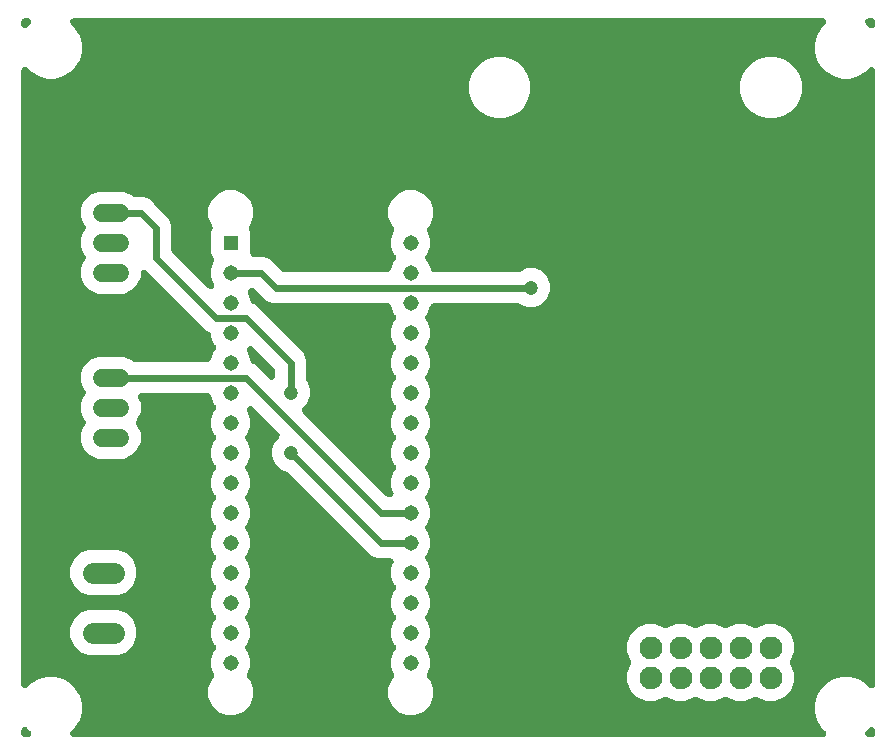
<source format=gbr>
G04 EAGLE Gerber RS-274X export*
G75*
%MOMM*%
%FSLAX34Y34*%
%LPD*%
%INBottom Copper*%
%IPPOS*%
%AMOC8*
5,1,8,0,0,1.08239X$1,22.5*%
G01*
%ADD10R,1.308000X1.308000*%
%ADD11C,1.308000*%
%ADD12C,1.930400*%
%ADD13C,1.790700*%
%ADD14C,1.508000*%
%ADD15C,1.206400*%
%ADD16C,0.609600*%

G36*
X691776Y13212D02*
X691776Y13212D01*
X691814Y13210D01*
X692022Y13232D01*
X692229Y13249D01*
X692266Y13258D01*
X692304Y13262D01*
X692506Y13317D01*
X692708Y13367D01*
X692743Y13382D01*
X692780Y13393D01*
X692970Y13480D01*
X693162Y13562D01*
X693194Y13582D01*
X693228Y13598D01*
X693401Y13715D01*
X693578Y13827D01*
X693606Y13852D01*
X693638Y13874D01*
X693790Y14017D01*
X693946Y14156D01*
X693970Y14185D01*
X693997Y14211D01*
X694125Y14378D01*
X694256Y14540D01*
X694274Y14572D01*
X694298Y14603D01*
X694397Y14787D01*
X694500Y14968D01*
X694513Y15004D01*
X694531Y15038D01*
X694599Y15235D01*
X694671Y15431D01*
X694678Y15468D01*
X694691Y15504D01*
X694726Y15711D01*
X694766Y15915D01*
X694767Y15953D01*
X694773Y15991D01*
X694775Y16200D01*
X694781Y16408D01*
X694776Y16446D01*
X694776Y16484D01*
X694744Y16691D01*
X694717Y16897D01*
X694706Y16934D01*
X694700Y16971D01*
X694635Y17170D01*
X694574Y17369D01*
X694557Y17404D01*
X694546Y17440D01*
X694449Y17625D01*
X694357Y17813D01*
X694335Y17844D01*
X694318Y17878D01*
X694260Y17950D01*
X694072Y18215D01*
X693951Y18337D01*
X693892Y18411D01*
X690266Y22037D01*
X686822Y28002D01*
X685039Y34656D01*
X685039Y41544D01*
X686822Y48198D01*
X690266Y54163D01*
X695137Y59034D01*
X701102Y62478D01*
X707756Y64261D01*
X714644Y64261D01*
X721298Y62478D01*
X727263Y59034D01*
X730889Y55408D01*
X730918Y55383D01*
X730944Y55354D01*
X731106Y55224D01*
X731265Y55088D01*
X731298Y55068D01*
X731328Y55044D01*
X731509Y54941D01*
X731688Y54834D01*
X731723Y54819D01*
X731756Y54800D01*
X731952Y54728D01*
X732146Y54650D01*
X732183Y54642D01*
X732219Y54629D01*
X732424Y54589D01*
X732628Y54544D01*
X732666Y54541D01*
X732703Y54534D01*
X732911Y54528D01*
X733120Y54516D01*
X733158Y54520D01*
X733196Y54519D01*
X733403Y54546D01*
X733611Y54568D01*
X733647Y54578D01*
X733685Y54583D01*
X733885Y54644D01*
X734086Y54699D01*
X734121Y54715D01*
X734158Y54726D01*
X734345Y54818D01*
X734535Y54905D01*
X734566Y54926D01*
X734601Y54943D01*
X734771Y55063D01*
X734944Y55180D01*
X734972Y55206D01*
X735003Y55228D01*
X735151Y55375D01*
X735304Y55518D01*
X735327Y55548D01*
X735354Y55575D01*
X735477Y55744D01*
X735604Y55909D01*
X735622Y55943D01*
X735644Y55974D01*
X735738Y56160D01*
X735837Y56344D01*
X735850Y56380D01*
X735867Y56414D01*
X735929Y56613D01*
X735997Y56811D01*
X736003Y56848D01*
X736015Y56885D01*
X736025Y56977D01*
X736080Y57297D01*
X736081Y57469D01*
X736091Y57562D01*
X736091Y577438D01*
X736088Y577476D01*
X736090Y577514D01*
X736068Y577722D01*
X736051Y577929D01*
X736042Y577966D01*
X736038Y578004D01*
X735983Y578206D01*
X735933Y578408D01*
X735918Y578443D01*
X735907Y578480D01*
X735820Y578670D01*
X735738Y578862D01*
X735718Y578894D01*
X735702Y578928D01*
X735585Y579101D01*
X735473Y579278D01*
X735448Y579306D01*
X735426Y579338D01*
X735283Y579490D01*
X735144Y579646D01*
X735115Y579670D01*
X735089Y579697D01*
X734922Y579825D01*
X734760Y579956D01*
X734728Y579974D01*
X734697Y579998D01*
X734513Y580097D01*
X734332Y580200D01*
X734296Y580213D01*
X734262Y580231D01*
X734065Y580299D01*
X733869Y580371D01*
X733832Y580378D01*
X733796Y580391D01*
X733589Y580426D01*
X733385Y580466D01*
X733347Y580467D01*
X733309Y580473D01*
X733100Y580475D01*
X732892Y580481D01*
X732854Y580476D01*
X732816Y580476D01*
X732609Y580444D01*
X732403Y580417D01*
X732366Y580406D01*
X732329Y580400D01*
X732130Y580335D01*
X731931Y580274D01*
X731896Y580257D01*
X731860Y580246D01*
X731675Y580149D01*
X731487Y580057D01*
X731456Y580035D01*
X731422Y580018D01*
X731350Y579960D01*
X731085Y579772D01*
X730963Y579651D01*
X730889Y579592D01*
X727263Y575966D01*
X721298Y572522D01*
X714644Y570739D01*
X707756Y570739D01*
X701102Y572522D01*
X695137Y575966D01*
X690266Y580837D01*
X686822Y586802D01*
X685039Y593456D01*
X685039Y600344D01*
X686822Y606998D01*
X690266Y612963D01*
X693892Y616589D01*
X693917Y616618D01*
X693946Y616644D01*
X694076Y616806D01*
X694212Y616965D01*
X694232Y616998D01*
X694256Y617028D01*
X694359Y617209D01*
X694466Y617388D01*
X694481Y617423D01*
X694500Y617456D01*
X694572Y617652D01*
X694650Y617846D01*
X694658Y617883D01*
X694671Y617919D01*
X694711Y618124D01*
X694756Y618328D01*
X694759Y618366D01*
X694766Y618403D01*
X694772Y618611D01*
X694784Y618820D01*
X694780Y618858D01*
X694781Y618896D01*
X694754Y619103D01*
X694732Y619311D01*
X694722Y619347D01*
X694717Y619385D01*
X694656Y619585D01*
X694601Y619786D01*
X694585Y619821D01*
X694574Y619858D01*
X694482Y620045D01*
X694395Y620235D01*
X694374Y620266D01*
X694357Y620301D01*
X694237Y620471D01*
X694120Y620644D01*
X694094Y620672D01*
X694072Y620703D01*
X693925Y620851D01*
X693782Y621004D01*
X693752Y621027D01*
X693725Y621054D01*
X693556Y621177D01*
X693391Y621304D01*
X693357Y621322D01*
X693326Y621344D01*
X693140Y621438D01*
X692956Y621537D01*
X692920Y621550D01*
X692886Y621567D01*
X692687Y621629D01*
X692489Y621697D01*
X692452Y621703D01*
X692415Y621715D01*
X692323Y621725D01*
X692003Y621780D01*
X691831Y621781D01*
X691738Y621791D01*
X57562Y621791D01*
X57524Y621788D01*
X57486Y621790D01*
X57278Y621768D01*
X57071Y621751D01*
X57034Y621742D01*
X56996Y621738D01*
X56794Y621683D01*
X56592Y621633D01*
X56557Y621618D01*
X56520Y621607D01*
X56330Y621520D01*
X56138Y621438D01*
X56106Y621418D01*
X56072Y621402D01*
X55899Y621285D01*
X55722Y621173D01*
X55694Y621148D01*
X55662Y621126D01*
X55510Y620983D01*
X55354Y620844D01*
X55330Y620815D01*
X55303Y620789D01*
X55175Y620622D01*
X55044Y620460D01*
X55026Y620428D01*
X55002Y620397D01*
X54903Y620213D01*
X54800Y620032D01*
X54787Y619996D01*
X54769Y619962D01*
X54701Y619765D01*
X54629Y619569D01*
X54622Y619532D01*
X54609Y619496D01*
X54574Y619289D01*
X54534Y619085D01*
X54533Y619047D01*
X54527Y619009D01*
X54525Y618800D01*
X54519Y618592D01*
X54524Y618554D01*
X54524Y618516D01*
X54556Y618309D01*
X54583Y618103D01*
X54594Y618066D01*
X54600Y618029D01*
X54665Y617830D01*
X54726Y617631D01*
X54743Y617596D01*
X54754Y617560D01*
X54851Y617375D01*
X54943Y617187D01*
X54965Y617156D01*
X54982Y617122D01*
X55040Y617050D01*
X55228Y616785D01*
X55349Y616663D01*
X55408Y616589D01*
X59034Y612963D01*
X62478Y606998D01*
X64261Y600344D01*
X64261Y593456D01*
X62478Y586802D01*
X59034Y580837D01*
X54163Y575966D01*
X48198Y572522D01*
X41544Y570739D01*
X34656Y570739D01*
X28002Y572522D01*
X22037Y575966D01*
X18411Y579592D01*
X18382Y579617D01*
X18356Y579646D01*
X18194Y579776D01*
X18035Y579912D01*
X18002Y579932D01*
X17972Y579956D01*
X17791Y580059D01*
X17612Y580166D01*
X17577Y580181D01*
X17544Y580200D01*
X17348Y580272D01*
X17154Y580350D01*
X17117Y580358D01*
X17081Y580371D01*
X16876Y580411D01*
X16672Y580456D01*
X16634Y580459D01*
X16597Y580466D01*
X16389Y580472D01*
X16180Y580484D01*
X16142Y580480D01*
X16104Y580481D01*
X15897Y580454D01*
X15689Y580432D01*
X15653Y580422D01*
X15615Y580417D01*
X15415Y580356D01*
X15214Y580301D01*
X15179Y580285D01*
X15142Y580274D01*
X14955Y580182D01*
X14765Y580095D01*
X14734Y580074D01*
X14699Y580057D01*
X14529Y579937D01*
X14356Y579820D01*
X14328Y579794D01*
X14297Y579772D01*
X14149Y579625D01*
X13996Y579482D01*
X13973Y579452D01*
X13946Y579425D01*
X13823Y579256D01*
X13696Y579091D01*
X13678Y579057D01*
X13656Y579026D01*
X13562Y578840D01*
X13463Y578656D01*
X13450Y578620D01*
X13433Y578586D01*
X13371Y578387D01*
X13303Y578189D01*
X13297Y578152D01*
X13285Y578115D01*
X13275Y578023D01*
X13220Y577703D01*
X13219Y577531D01*
X13209Y577438D01*
X13209Y57562D01*
X13212Y57524D01*
X13210Y57486D01*
X13232Y57278D01*
X13249Y57071D01*
X13258Y57034D01*
X13262Y56996D01*
X13317Y56794D01*
X13367Y56592D01*
X13382Y56557D01*
X13393Y56520D01*
X13480Y56330D01*
X13562Y56138D01*
X13582Y56106D01*
X13598Y56072D01*
X13715Y55899D01*
X13827Y55722D01*
X13852Y55694D01*
X13874Y55662D01*
X14017Y55510D01*
X14156Y55354D01*
X14185Y55330D01*
X14211Y55303D01*
X14378Y55175D01*
X14540Y55044D01*
X14572Y55026D01*
X14603Y55002D01*
X14787Y54903D01*
X14968Y54800D01*
X15004Y54787D01*
X15038Y54769D01*
X15235Y54701D01*
X15431Y54629D01*
X15468Y54622D01*
X15504Y54609D01*
X15711Y54574D01*
X15915Y54534D01*
X15953Y54533D01*
X15991Y54527D01*
X16200Y54525D01*
X16408Y54519D01*
X16446Y54524D01*
X16484Y54524D01*
X16691Y54556D01*
X16897Y54583D01*
X16934Y54594D01*
X16971Y54600D01*
X17170Y54665D01*
X17369Y54726D01*
X17404Y54743D01*
X17440Y54754D01*
X17625Y54851D01*
X17813Y54943D01*
X17844Y54965D01*
X17878Y54982D01*
X17950Y55040D01*
X18215Y55228D01*
X18337Y55349D01*
X18411Y55408D01*
X22037Y59034D01*
X28002Y62478D01*
X34656Y64261D01*
X41544Y64261D01*
X48198Y62478D01*
X54163Y59034D01*
X59034Y54163D01*
X62478Y48198D01*
X64261Y41544D01*
X64261Y34656D01*
X62478Y28002D01*
X59034Y22037D01*
X55408Y18411D01*
X55383Y18382D01*
X55354Y18356D01*
X55224Y18194D01*
X55088Y18035D01*
X55068Y18002D01*
X55044Y17972D01*
X54941Y17791D01*
X54834Y17612D01*
X54819Y17577D01*
X54800Y17544D01*
X54728Y17348D01*
X54650Y17154D01*
X54642Y17117D01*
X54629Y17081D01*
X54589Y16876D01*
X54544Y16672D01*
X54541Y16634D01*
X54534Y16597D01*
X54528Y16389D01*
X54516Y16180D01*
X54520Y16142D01*
X54519Y16104D01*
X54546Y15897D01*
X54568Y15689D01*
X54578Y15653D01*
X54583Y15615D01*
X54644Y15415D01*
X54699Y15214D01*
X54715Y15179D01*
X54726Y15142D01*
X54818Y14955D01*
X54905Y14765D01*
X54926Y14734D01*
X54943Y14699D01*
X55063Y14529D01*
X55180Y14356D01*
X55206Y14328D01*
X55228Y14297D01*
X55375Y14149D01*
X55518Y13996D01*
X55548Y13973D01*
X55575Y13946D01*
X55744Y13823D01*
X55909Y13696D01*
X55943Y13678D01*
X55974Y13656D01*
X56160Y13562D01*
X56344Y13463D01*
X56380Y13450D01*
X56414Y13433D01*
X56613Y13371D01*
X56811Y13303D01*
X56848Y13297D01*
X56885Y13285D01*
X56977Y13275D01*
X57297Y13220D01*
X57469Y13219D01*
X57562Y13209D01*
X691738Y13209D01*
X691776Y13212D01*
G37*
%LPC*%
G36*
X186711Y31749D02*
X186711Y31749D01*
X179709Y34650D01*
X174350Y40009D01*
X171449Y47011D01*
X171449Y54589D01*
X174350Y61591D01*
X175826Y63068D01*
X175968Y63235D01*
X176112Y63398D01*
X176127Y63422D01*
X176146Y63444D01*
X176259Y63632D01*
X176375Y63816D01*
X176386Y63842D01*
X176401Y63867D01*
X176482Y64070D01*
X176566Y64271D01*
X176573Y64298D01*
X176584Y64325D01*
X176631Y64538D01*
X176682Y64750D01*
X176684Y64779D01*
X176690Y64806D01*
X176703Y65025D01*
X176719Y65242D01*
X176716Y65271D01*
X176718Y65299D01*
X176695Y65516D01*
X176676Y65734D01*
X176669Y65756D01*
X176666Y65790D01*
X176535Y66265D01*
X176502Y66338D01*
X176487Y66389D01*
X173799Y72878D01*
X173799Y79522D01*
X176342Y85660D01*
X177427Y86745D01*
X177476Y86803D01*
X177532Y86856D01*
X177636Y86991D01*
X177746Y87121D01*
X177786Y87187D01*
X177832Y87247D01*
X177913Y87397D01*
X178001Y87544D01*
X178029Y87615D01*
X178065Y87682D01*
X178121Y87843D01*
X178184Y88002D01*
X178200Y88076D01*
X178225Y88148D01*
X178254Y88317D01*
X178291Y88484D01*
X178295Y88560D01*
X178308Y88635D01*
X178309Y88806D01*
X178318Y88976D01*
X178310Y89052D01*
X178311Y89128D01*
X178284Y89297D01*
X178266Y89467D01*
X178246Y89540D01*
X178234Y89615D01*
X178181Y89778D01*
X178136Y89942D01*
X178104Y90012D01*
X178080Y90084D01*
X178001Y90235D01*
X177930Y90391D01*
X177887Y90454D01*
X177852Y90522D01*
X177786Y90604D01*
X177654Y90800D01*
X177493Y90972D01*
X177427Y91055D01*
X176342Y92140D01*
X173799Y98278D01*
X173799Y104922D01*
X176342Y111060D01*
X177427Y112145D01*
X177476Y112203D01*
X177532Y112256D01*
X177636Y112391D01*
X177746Y112521D01*
X177786Y112587D01*
X177832Y112647D01*
X177913Y112797D01*
X178001Y112944D01*
X178029Y113015D01*
X178065Y113082D01*
X178121Y113243D01*
X178184Y113402D01*
X178200Y113476D01*
X178225Y113548D01*
X178254Y113717D01*
X178291Y113884D01*
X178295Y113960D01*
X178308Y114035D01*
X178309Y114206D01*
X178318Y114376D01*
X178310Y114452D01*
X178311Y114528D01*
X178284Y114697D01*
X178266Y114867D01*
X178246Y114940D01*
X178234Y115015D01*
X178181Y115178D01*
X178136Y115342D01*
X178104Y115412D01*
X178080Y115484D01*
X178001Y115635D01*
X177930Y115791D01*
X177887Y115854D01*
X177852Y115922D01*
X177786Y116004D01*
X177654Y116200D01*
X177493Y116372D01*
X177427Y116455D01*
X176342Y117540D01*
X173799Y123678D01*
X173799Y130322D01*
X176342Y136460D01*
X177427Y137545D01*
X177476Y137603D01*
X177532Y137656D01*
X177636Y137791D01*
X177746Y137921D01*
X177786Y137987D01*
X177832Y138047D01*
X177913Y138197D01*
X178001Y138344D01*
X178029Y138415D01*
X178065Y138482D01*
X178121Y138643D01*
X178184Y138802D01*
X178200Y138876D01*
X178225Y138948D01*
X178254Y139117D01*
X178291Y139284D01*
X178295Y139360D01*
X178308Y139435D01*
X178309Y139606D01*
X178318Y139776D01*
X178310Y139852D01*
X178311Y139928D01*
X178284Y140097D01*
X178266Y140267D01*
X178246Y140340D01*
X178234Y140415D01*
X178181Y140578D01*
X178136Y140742D01*
X178104Y140812D01*
X178080Y140884D01*
X178001Y141035D01*
X177930Y141191D01*
X177887Y141254D01*
X177852Y141322D01*
X177786Y141404D01*
X177654Y141600D01*
X177493Y141772D01*
X177427Y141855D01*
X176342Y142940D01*
X173799Y149078D01*
X173799Y155722D01*
X176342Y161860D01*
X177427Y162945D01*
X177476Y163003D01*
X177532Y163056D01*
X177636Y163191D01*
X177746Y163321D01*
X177786Y163387D01*
X177832Y163447D01*
X177913Y163597D01*
X178001Y163744D01*
X178029Y163815D01*
X178065Y163882D01*
X178121Y164043D01*
X178184Y164202D01*
X178200Y164276D01*
X178225Y164348D01*
X178254Y164517D01*
X178291Y164684D01*
X178295Y164760D01*
X178308Y164835D01*
X178309Y165006D01*
X178318Y165176D01*
X178310Y165252D01*
X178311Y165328D01*
X178284Y165497D01*
X178266Y165667D01*
X178246Y165740D01*
X178234Y165815D01*
X178181Y165978D01*
X178136Y166142D01*
X178104Y166212D01*
X178080Y166284D01*
X178001Y166435D01*
X177930Y166591D01*
X177887Y166654D01*
X177852Y166722D01*
X177786Y166804D01*
X177654Y167000D01*
X177493Y167172D01*
X177427Y167255D01*
X176342Y168340D01*
X173799Y174478D01*
X173799Y181122D01*
X176342Y187260D01*
X177427Y188345D01*
X177476Y188403D01*
X177532Y188456D01*
X177636Y188591D01*
X177746Y188721D01*
X177786Y188787D01*
X177832Y188847D01*
X177913Y188997D01*
X178001Y189144D01*
X178029Y189215D01*
X178065Y189282D01*
X178121Y189443D01*
X178184Y189602D01*
X178200Y189676D01*
X178225Y189748D01*
X178254Y189917D01*
X178291Y190084D01*
X178295Y190160D01*
X178308Y190235D01*
X178309Y190406D01*
X178318Y190576D01*
X178310Y190652D01*
X178311Y190728D01*
X178284Y190897D01*
X178266Y191067D01*
X178246Y191140D01*
X178234Y191215D01*
X178181Y191378D01*
X178136Y191542D01*
X178104Y191612D01*
X178080Y191684D01*
X178001Y191835D01*
X177930Y191991D01*
X177887Y192054D01*
X177852Y192122D01*
X177786Y192204D01*
X177654Y192400D01*
X177493Y192572D01*
X177427Y192655D01*
X176342Y193740D01*
X173799Y199878D01*
X173799Y206522D01*
X176342Y212660D01*
X177427Y213745D01*
X177476Y213803D01*
X177532Y213856D01*
X177636Y213991D01*
X177746Y214121D01*
X177786Y214187D01*
X177832Y214247D01*
X177913Y214397D01*
X178001Y214544D01*
X178029Y214615D01*
X178065Y214682D01*
X178121Y214843D01*
X178184Y215002D01*
X178200Y215076D01*
X178225Y215148D01*
X178254Y215317D01*
X178291Y215484D01*
X178295Y215560D01*
X178308Y215635D01*
X178309Y215806D01*
X178318Y215976D01*
X178310Y216052D01*
X178311Y216128D01*
X178284Y216297D01*
X178266Y216467D01*
X178246Y216540D01*
X178234Y216615D01*
X178181Y216778D01*
X178136Y216942D01*
X178104Y217012D01*
X178080Y217084D01*
X178001Y217235D01*
X177930Y217391D01*
X177887Y217454D01*
X177852Y217522D01*
X177786Y217604D01*
X177654Y217800D01*
X177493Y217972D01*
X177427Y218055D01*
X176342Y219140D01*
X173799Y225278D01*
X173799Y231922D01*
X176342Y238060D01*
X177427Y239145D01*
X177476Y239203D01*
X177532Y239256D01*
X177636Y239391D01*
X177746Y239521D01*
X177786Y239587D01*
X177832Y239647D01*
X177913Y239797D01*
X178001Y239944D01*
X178029Y240015D01*
X178065Y240082D01*
X178121Y240243D01*
X178184Y240402D01*
X178200Y240476D01*
X178225Y240548D01*
X178254Y240717D01*
X178291Y240884D01*
X178295Y240960D01*
X178308Y241035D01*
X178309Y241206D01*
X178318Y241376D01*
X178310Y241452D01*
X178311Y241528D01*
X178284Y241697D01*
X178266Y241867D01*
X178246Y241940D01*
X178234Y242015D01*
X178181Y242178D01*
X178136Y242342D01*
X178104Y242412D01*
X178080Y242484D01*
X178001Y242635D01*
X177930Y242791D01*
X177887Y242854D01*
X177852Y242922D01*
X177787Y243004D01*
X177654Y243200D01*
X177493Y243372D01*
X177427Y243455D01*
X176342Y244540D01*
X173799Y250678D01*
X173799Y257322D01*
X176342Y263460D01*
X177427Y264545D01*
X177476Y264603D01*
X177532Y264656D01*
X177636Y264791D01*
X177746Y264921D01*
X177786Y264987D01*
X177832Y265047D01*
X177913Y265197D01*
X178001Y265344D01*
X178029Y265415D01*
X178065Y265482D01*
X178121Y265643D01*
X178184Y265802D01*
X178200Y265876D01*
X178225Y265948D01*
X178254Y266117D01*
X178291Y266284D01*
X178295Y266360D01*
X178308Y266435D01*
X178309Y266606D01*
X178318Y266776D01*
X178310Y266852D01*
X178311Y266928D01*
X178284Y267097D01*
X178266Y267267D01*
X178246Y267340D01*
X178234Y267415D01*
X178181Y267578D01*
X178136Y267742D01*
X178104Y267812D01*
X178080Y267884D01*
X178001Y268035D01*
X177930Y268191D01*
X177887Y268254D01*
X177852Y268322D01*
X177786Y268404D01*
X177654Y268600D01*
X177493Y268772D01*
X177427Y268855D01*
X176342Y269940D01*
X173799Y276078D01*
X173799Y282722D01*
X176342Y288860D01*
X177427Y289945D01*
X177476Y290003D01*
X177532Y290056D01*
X177636Y290191D01*
X177746Y290321D01*
X177786Y290387D01*
X177832Y290447D01*
X177913Y290597D01*
X178001Y290744D01*
X178029Y290815D01*
X178065Y290882D01*
X178121Y291043D01*
X178184Y291202D01*
X178200Y291276D01*
X178225Y291348D01*
X178254Y291517D01*
X178291Y291684D01*
X178295Y291760D01*
X178308Y291835D01*
X178309Y292006D01*
X178318Y292176D01*
X178310Y292252D01*
X178311Y292328D01*
X178284Y292497D01*
X178266Y292667D01*
X178246Y292740D01*
X178234Y292815D01*
X178181Y292978D01*
X178136Y293142D01*
X178104Y293212D01*
X178080Y293284D01*
X178001Y293435D01*
X177930Y293591D01*
X177887Y293654D01*
X177852Y293722D01*
X177786Y293804D01*
X177654Y294000D01*
X177493Y294172D01*
X177427Y294255D01*
X176342Y295340D01*
X173778Y301530D01*
X173773Y301565D01*
X173759Y301736D01*
X173741Y301810D01*
X173731Y301885D01*
X173682Y302049D01*
X173641Y302215D01*
X173611Y302284D01*
X173589Y302358D01*
X173513Y302511D01*
X173446Y302668D01*
X173405Y302732D01*
X173372Y302801D01*
X173273Y302940D01*
X173181Y303084D01*
X173130Y303141D01*
X173086Y303203D01*
X172966Y303324D01*
X172852Y303452D01*
X172793Y303500D01*
X172739Y303554D01*
X172601Y303655D01*
X172468Y303762D01*
X172402Y303799D01*
X172341Y303844D01*
X172188Y303921D01*
X172040Y304006D01*
X171968Y304032D01*
X171900Y304067D01*
X171737Y304118D01*
X171577Y304177D01*
X171502Y304192D01*
X171430Y304215D01*
X171325Y304227D01*
X171093Y304272D01*
X170857Y304279D01*
X170752Y304291D01*
X115110Y304291D01*
X114930Y304277D01*
X114750Y304270D01*
X114684Y304257D01*
X114618Y304251D01*
X114443Y304208D01*
X114266Y304172D01*
X114204Y304149D01*
X114139Y304133D01*
X113973Y304061D01*
X113805Y303998D01*
X113747Y303964D01*
X113686Y303938D01*
X113534Y303841D01*
X113377Y303751D01*
X113326Y303709D01*
X113270Y303673D01*
X113135Y303553D01*
X112996Y303438D01*
X112952Y303389D01*
X112902Y303344D01*
X112789Y303204D01*
X112669Y303069D01*
X112634Y303012D01*
X112592Y302960D01*
X112503Y302804D01*
X112407Y302651D01*
X112381Y302590D01*
X112348Y302532D01*
X112285Y302362D01*
X112215Y302196D01*
X112200Y302132D01*
X112176Y302069D01*
X112142Y301892D01*
X112099Y301717D01*
X112095Y301650D01*
X112082Y301585D01*
X112076Y301405D01*
X112063Y301225D01*
X112068Y301158D01*
X112066Y301092D01*
X112090Y300913D01*
X112106Y300733D01*
X112120Y300683D01*
X112131Y300603D01*
X112273Y300131D01*
X112288Y300100D01*
X112295Y300078D01*
X114141Y295621D01*
X114141Y288579D01*
X111446Y282073D01*
X110927Y281555D01*
X110878Y281497D01*
X110822Y281445D01*
X110719Y281309D01*
X110608Y281179D01*
X110569Y281114D01*
X110522Y281053D01*
X110442Y280903D01*
X110353Y280756D01*
X110325Y280685D01*
X110289Y280618D01*
X110234Y280457D01*
X110170Y280298D01*
X110154Y280224D01*
X110129Y280152D01*
X110100Y279983D01*
X110063Y279817D01*
X110059Y279740D01*
X110046Y279665D01*
X110045Y279495D01*
X110036Y279324D01*
X110044Y279248D01*
X110043Y279172D01*
X110070Y279003D01*
X110088Y278833D01*
X110108Y278760D01*
X110120Y278685D01*
X110173Y278522D01*
X110219Y278358D01*
X110250Y278288D01*
X110274Y278216D01*
X110353Y278064D01*
X110424Y277909D01*
X110467Y277846D01*
X110502Y277778D01*
X110568Y277696D01*
X110700Y277500D01*
X110862Y277328D01*
X110927Y277245D01*
X111446Y276727D01*
X114141Y270221D01*
X114141Y263179D01*
X111446Y256673D01*
X106467Y251694D01*
X99961Y248999D01*
X77839Y248999D01*
X71333Y251694D01*
X66354Y256673D01*
X63659Y263179D01*
X63659Y270221D01*
X66354Y276727D01*
X66873Y277245D01*
X66922Y277303D01*
X66978Y277356D01*
X67082Y277491D01*
X67192Y277621D01*
X67231Y277687D01*
X67278Y277747D01*
X67358Y277897D01*
X67447Y278044D01*
X67475Y278115D01*
X67511Y278182D01*
X67566Y278343D01*
X67630Y278502D01*
X67646Y278576D01*
X67671Y278648D01*
X67700Y278817D01*
X67737Y278984D01*
X67741Y279060D01*
X67754Y279135D01*
X67755Y279306D01*
X67764Y279476D01*
X67756Y279552D01*
X67757Y279628D01*
X67730Y279797D01*
X67712Y279967D01*
X67692Y280040D01*
X67680Y280115D01*
X67627Y280278D01*
X67581Y280442D01*
X67550Y280512D01*
X67526Y280584D01*
X67447Y280735D01*
X67376Y280891D01*
X67333Y280954D01*
X67298Y281022D01*
X67232Y281104D01*
X67100Y281300D01*
X66938Y281472D01*
X66873Y281555D01*
X66354Y282073D01*
X63659Y288579D01*
X63659Y295621D01*
X66354Y302127D01*
X66873Y302645D01*
X66922Y302703D01*
X66978Y302756D01*
X67082Y302891D01*
X67192Y303021D01*
X67231Y303087D01*
X67278Y303147D01*
X67358Y303297D01*
X67447Y303444D01*
X67475Y303515D01*
X67511Y303582D01*
X67566Y303743D01*
X67630Y303902D01*
X67646Y303976D01*
X67671Y304048D01*
X67700Y304217D01*
X67737Y304384D01*
X67741Y304460D01*
X67754Y304535D01*
X67755Y304706D01*
X67764Y304876D01*
X67756Y304952D01*
X67757Y305028D01*
X67730Y305197D01*
X67712Y305367D01*
X67692Y305440D01*
X67680Y305515D01*
X67627Y305678D01*
X67581Y305842D01*
X67550Y305912D01*
X67526Y305984D01*
X67447Y306135D01*
X67376Y306291D01*
X67333Y306354D01*
X67298Y306422D01*
X67232Y306504D01*
X67100Y306700D01*
X66938Y306872D01*
X66873Y306955D01*
X66354Y307473D01*
X63659Y313979D01*
X63659Y321021D01*
X66354Y327527D01*
X71333Y332506D01*
X77839Y335201D01*
X99961Y335201D01*
X106467Y332506D01*
X107371Y331601D01*
X107458Y331527D01*
X107539Y331446D01*
X107646Y331368D01*
X107747Y331282D01*
X107845Y331223D01*
X107937Y331156D01*
X108056Y331096D01*
X108170Y331027D01*
X108276Y330985D01*
X108378Y330933D01*
X108505Y330893D01*
X108628Y330844D01*
X108739Y330819D01*
X108848Y330785D01*
X108942Y330775D01*
X109110Y330737D01*
X109434Y330719D01*
X109526Y330709D01*
X170752Y330709D01*
X170828Y330715D01*
X170904Y330713D01*
X171073Y330735D01*
X171244Y330749D01*
X171318Y330767D01*
X171393Y330777D01*
X171557Y330826D01*
X171723Y330867D01*
X171792Y330897D01*
X171866Y330919D01*
X172019Y330995D01*
X172176Y331062D01*
X172240Y331103D01*
X172309Y331136D01*
X172448Y331235D01*
X172592Y331327D01*
X172649Y331378D01*
X172711Y331422D01*
X172832Y331542D01*
X172960Y331656D01*
X173008Y331715D01*
X173062Y331769D01*
X173163Y331907D01*
X173270Y332040D01*
X173307Y332106D01*
X173352Y332167D01*
X173429Y332320D01*
X173514Y332468D01*
X173540Y332540D01*
X173575Y332608D01*
X173626Y332771D01*
X173685Y332931D01*
X173700Y333006D01*
X173723Y333078D01*
X173735Y333183D01*
X173780Y333415D01*
X173782Y333481D01*
X176342Y339660D01*
X177427Y340745D01*
X177476Y340803D01*
X177532Y340856D01*
X177636Y340991D01*
X177746Y341121D01*
X177786Y341187D01*
X177832Y341247D01*
X177913Y341397D01*
X178001Y341544D01*
X178029Y341615D01*
X178065Y341682D01*
X178121Y341843D01*
X178184Y342002D01*
X178200Y342076D01*
X178225Y342148D01*
X178254Y342317D01*
X178291Y342484D01*
X178295Y342560D01*
X178308Y342635D01*
X178309Y342806D01*
X178318Y342976D01*
X178310Y343052D01*
X178311Y343128D01*
X178284Y343297D01*
X178266Y343467D01*
X178246Y343540D01*
X178234Y343615D01*
X178181Y343778D01*
X178136Y343942D01*
X178104Y344012D01*
X178080Y344084D01*
X178001Y344235D01*
X177930Y344391D01*
X177887Y344454D01*
X177852Y344522D01*
X177786Y344604D01*
X177654Y344800D01*
X177493Y344972D01*
X177427Y345055D01*
X176342Y346140D01*
X173799Y352278D01*
X173799Y353624D01*
X173782Y353842D01*
X173768Y354060D01*
X173762Y354087D01*
X173759Y354116D01*
X173707Y354328D01*
X173658Y354541D01*
X173647Y354567D01*
X173641Y354595D01*
X173554Y354796D01*
X173472Y354998D01*
X173457Y355022D01*
X173446Y355048D01*
X173329Y355232D01*
X173215Y355418D01*
X173196Y355440D01*
X173181Y355464D01*
X173036Y355627D01*
X172893Y355792D01*
X172871Y355811D01*
X172852Y355832D01*
X172683Y355969D01*
X172515Y356109D01*
X172494Y356121D01*
X172468Y356142D01*
X172040Y356386D01*
X171964Y356414D01*
X171918Y356439D01*
X170318Y357102D01*
X166174Y361246D01*
X119946Y407474D01*
X119343Y408077D01*
X119314Y408102D01*
X119288Y408130D01*
X119126Y408261D01*
X118967Y408397D01*
X118934Y408417D01*
X118904Y408440D01*
X118723Y408543D01*
X118544Y408651D01*
X118509Y408665D01*
X118476Y408684D01*
X118280Y408757D01*
X118086Y408834D01*
X118049Y408843D01*
X118013Y408856D01*
X117809Y408896D01*
X117605Y408941D01*
X117566Y408943D01*
X117529Y408951D01*
X117321Y408957D01*
X117112Y408969D01*
X117074Y408965D01*
X117036Y408966D01*
X116830Y408939D01*
X116621Y408917D01*
X116585Y408907D01*
X116547Y408902D01*
X116347Y408841D01*
X116146Y408786D01*
X116111Y408770D01*
X116074Y408759D01*
X115887Y408667D01*
X115697Y408580D01*
X115666Y408559D01*
X115631Y408542D01*
X115461Y408422D01*
X115288Y408305D01*
X115260Y408279D01*
X115229Y408257D01*
X115081Y408110D01*
X114928Y407967D01*
X114905Y407937D01*
X114878Y407910D01*
X114755Y407741D01*
X114628Y407576D01*
X114610Y407542D01*
X114588Y407511D01*
X114494Y407325D01*
X114395Y407141D01*
X114383Y407105D01*
X114365Y407071D01*
X114303Y406872D01*
X114235Y406674D01*
X114229Y406637D01*
X114217Y406600D01*
X114207Y406508D01*
X114152Y406188D01*
X114151Y406016D01*
X114141Y405923D01*
X114141Y402879D01*
X111446Y396373D01*
X106467Y391394D01*
X99961Y388699D01*
X77839Y388699D01*
X71333Y391394D01*
X66354Y396373D01*
X63659Y402879D01*
X63659Y409921D01*
X66354Y416427D01*
X66873Y416945D01*
X66922Y417003D01*
X66978Y417056D01*
X67082Y417191D01*
X67192Y417321D01*
X67231Y417387D01*
X67278Y417447D01*
X67358Y417597D01*
X67447Y417744D01*
X67475Y417815D01*
X67511Y417882D01*
X67566Y418043D01*
X67630Y418202D01*
X67646Y418276D01*
X67671Y418348D01*
X67700Y418517D01*
X67737Y418684D01*
X67741Y418760D01*
X67754Y418835D01*
X67755Y419006D01*
X67764Y419176D01*
X67756Y419252D01*
X67757Y419328D01*
X67730Y419497D01*
X67712Y419667D01*
X67692Y419740D01*
X67680Y419815D01*
X67627Y419978D01*
X67581Y420142D01*
X67550Y420212D01*
X67526Y420284D01*
X67447Y420435D01*
X67376Y420591D01*
X67333Y420654D01*
X67298Y420722D01*
X67232Y420804D01*
X67100Y421000D01*
X66938Y421172D01*
X66873Y421255D01*
X66354Y421773D01*
X63659Y428279D01*
X63659Y435321D01*
X66354Y441827D01*
X66873Y442345D01*
X66922Y442403D01*
X66978Y442456D01*
X67082Y442591D01*
X67192Y442721D01*
X67231Y442787D01*
X67278Y442847D01*
X67358Y442997D01*
X67447Y443144D01*
X67475Y443215D01*
X67511Y443282D01*
X67566Y443443D01*
X67630Y443602D01*
X67646Y443676D01*
X67671Y443748D01*
X67700Y443917D01*
X67737Y444084D01*
X67741Y444160D01*
X67754Y444235D01*
X67755Y444406D01*
X67764Y444576D01*
X67756Y444652D01*
X67757Y444728D01*
X67730Y444897D01*
X67712Y445067D01*
X67692Y445140D01*
X67680Y445215D01*
X67627Y445378D01*
X67581Y445542D01*
X67550Y445612D01*
X67526Y445684D01*
X67447Y445835D01*
X67376Y445991D01*
X67333Y446054D01*
X67298Y446122D01*
X67232Y446204D01*
X67100Y446400D01*
X66938Y446572D01*
X66873Y446655D01*
X66354Y447173D01*
X63659Y453679D01*
X63659Y460721D01*
X66354Y467227D01*
X71333Y472206D01*
X77839Y474901D01*
X99961Y474901D01*
X106467Y472206D01*
X107371Y471301D01*
X107458Y471227D01*
X107539Y471146D01*
X107646Y471068D01*
X107747Y470982D01*
X107845Y470923D01*
X107937Y470856D01*
X108056Y470796D01*
X108170Y470727D01*
X108276Y470685D01*
X108378Y470633D01*
X108505Y470593D01*
X108628Y470544D01*
X108739Y470519D01*
X108848Y470485D01*
X108942Y470475D01*
X109110Y470437D01*
X109434Y470419D01*
X109526Y470409D01*
X116927Y470409D01*
X121782Y468398D01*
X125926Y464254D01*
X138198Y451982D01*
X140209Y447127D01*
X140209Y425833D01*
X140218Y425720D01*
X140217Y425605D01*
X140238Y425474D01*
X140249Y425342D01*
X140276Y425231D01*
X140294Y425118D01*
X140335Y424992D01*
X140367Y424863D01*
X140412Y424758D01*
X140448Y424649D01*
X140510Y424532D01*
X140562Y424410D01*
X140623Y424313D01*
X140676Y424212D01*
X140735Y424138D01*
X140827Y423993D01*
X141043Y423751D01*
X141101Y423679D01*
X171521Y393259D01*
X171629Y393167D01*
X171731Y393067D01*
X171817Y393007D01*
X171897Y392940D01*
X172019Y392866D01*
X172136Y392784D01*
X172230Y392739D01*
X172319Y392685D01*
X172452Y392632D01*
X172580Y392570D01*
X172680Y392541D01*
X172777Y392502D01*
X172916Y392471D01*
X173053Y392431D01*
X173157Y392418D01*
X173259Y392395D01*
X173402Y392387D01*
X173543Y392370D01*
X173647Y392373D01*
X173752Y392368D01*
X173894Y392383D01*
X174036Y392388D01*
X174138Y392409D01*
X174242Y392420D01*
X174380Y392458D01*
X174519Y392486D01*
X174617Y392523D01*
X174718Y392550D01*
X174847Y392610D01*
X174981Y392660D01*
X175071Y392713D01*
X175166Y392756D01*
X175285Y392836D01*
X175408Y392907D01*
X175489Y392973D01*
X175576Y393032D01*
X175679Y393129D01*
X175790Y393219D01*
X175859Y393298D01*
X175935Y393369D01*
X176022Y393483D01*
X176116Y393589D01*
X176172Y393678D01*
X176235Y393761D01*
X176303Y393886D01*
X176379Y394007D01*
X176419Y394103D01*
X176469Y394196D01*
X176515Y394331D01*
X176570Y394462D01*
X176595Y394563D01*
X176629Y394662D01*
X176653Y394803D01*
X176686Y394941D01*
X176694Y395045D01*
X176711Y395149D01*
X176712Y395291D01*
X176723Y395433D01*
X176714Y395537D01*
X176714Y395642D01*
X176692Y395783D01*
X176680Y395925D01*
X176658Y396000D01*
X176638Y396129D01*
X176502Y396542D01*
X176491Y396580D01*
X173799Y403078D01*
X173799Y409722D01*
X176338Y415852D01*
X176405Y416059D01*
X176476Y416266D01*
X176481Y416294D01*
X176490Y416321D01*
X176522Y416537D01*
X176559Y416753D01*
X176559Y416781D01*
X176563Y416809D01*
X176560Y417028D01*
X176562Y417246D01*
X176557Y417274D01*
X176557Y417303D01*
X176519Y417518D01*
X176485Y417733D01*
X176476Y417760D01*
X176471Y417788D01*
X176399Y417994D01*
X176331Y418202D01*
X176318Y418227D01*
X176308Y418254D01*
X176204Y418445D01*
X176103Y418640D01*
X176088Y418658D01*
X176072Y418687D01*
X175770Y419077D01*
X175711Y419132D01*
X175678Y419173D01*
X175346Y419504D01*
X173799Y423239D01*
X173799Y440361D01*
X174953Y443145D01*
X175019Y443353D01*
X175090Y443560D01*
X175095Y443588D01*
X175104Y443615D01*
X175136Y443831D01*
X175173Y444046D01*
X175173Y444075D01*
X175177Y444103D01*
X175175Y444322D01*
X175176Y444540D01*
X175172Y444568D01*
X175171Y444596D01*
X175133Y444811D01*
X175099Y445027D01*
X175090Y445054D01*
X175086Y445082D01*
X175013Y445288D01*
X174945Y445496D01*
X174932Y445521D01*
X174923Y445548D01*
X174818Y445739D01*
X174717Y445933D01*
X174703Y445951D01*
X174687Y445981D01*
X174384Y446370D01*
X174354Y446398D01*
X171449Y453411D01*
X171449Y460989D01*
X174350Y467991D01*
X179709Y473350D01*
X186711Y476251D01*
X194289Y476251D01*
X201291Y473350D01*
X206650Y467991D01*
X209551Y460989D01*
X209551Y453411D01*
X206642Y446389D01*
X206567Y446300D01*
X206422Y446136D01*
X206407Y446112D01*
X206389Y446090D01*
X206276Y445903D01*
X206160Y445718D01*
X206149Y445692D01*
X206134Y445668D01*
X206053Y445465D01*
X205968Y445264D01*
X205961Y445236D01*
X205951Y445210D01*
X205904Y444997D01*
X205852Y444784D01*
X205850Y444756D01*
X205844Y444728D01*
X205832Y444510D01*
X205816Y444292D01*
X205818Y444264D01*
X205816Y444236D01*
X205840Y444018D01*
X205859Y443801D01*
X205865Y443778D01*
X205869Y443745D01*
X205999Y443269D01*
X206033Y443196D01*
X206047Y443145D01*
X207201Y440361D01*
X207201Y422656D01*
X207207Y422580D01*
X207205Y422504D01*
X207227Y422335D01*
X207241Y422164D01*
X207259Y422090D01*
X207269Y422015D01*
X207318Y421851D01*
X207359Y421685D01*
X207389Y421616D01*
X207411Y421542D01*
X207487Y421389D01*
X207554Y421232D01*
X207595Y421168D01*
X207628Y421099D01*
X207727Y420960D01*
X207819Y420816D01*
X207870Y420759D01*
X207914Y420697D01*
X208034Y420576D01*
X208148Y420448D01*
X208207Y420400D01*
X208261Y420346D01*
X208399Y420245D01*
X208532Y420138D01*
X208598Y420101D01*
X208659Y420056D01*
X208812Y419979D01*
X208960Y419894D01*
X209032Y419868D01*
X209100Y419833D01*
X209263Y419782D01*
X209423Y419723D01*
X209498Y419708D01*
X209570Y419685D01*
X209675Y419673D01*
X209907Y419628D01*
X210143Y419621D01*
X210248Y419609D01*
X218527Y419609D01*
X223382Y417598D01*
X233179Y407801D01*
X233266Y407727D01*
X233346Y407646D01*
X233453Y407568D01*
X233555Y407482D01*
X233653Y407423D01*
X233745Y407356D01*
X233863Y407296D01*
X233977Y407227D01*
X234083Y407185D01*
X234185Y407133D01*
X234312Y407093D01*
X234435Y407044D01*
X234547Y407019D01*
X234656Y406985D01*
X234749Y406975D01*
X234917Y406937D01*
X235241Y406919D01*
X235333Y406909D01*
X323152Y406909D01*
X323228Y406915D01*
X323304Y406913D01*
X323473Y406935D01*
X323644Y406949D01*
X323718Y406967D01*
X323793Y406977D01*
X323957Y407026D01*
X324123Y407067D01*
X324192Y407097D01*
X324266Y407119D01*
X324419Y407195D01*
X324576Y407262D01*
X324640Y407303D01*
X324709Y407336D01*
X324848Y407435D01*
X324992Y407527D01*
X325049Y407578D01*
X325111Y407622D01*
X325232Y407742D01*
X325360Y407856D01*
X325408Y407915D01*
X325462Y407969D01*
X325563Y408107D01*
X325670Y408240D01*
X325707Y408306D01*
X325752Y408367D01*
X325829Y408520D01*
X325914Y408668D01*
X325940Y408740D01*
X325975Y408808D01*
X326026Y408971D01*
X326085Y409131D01*
X326100Y409206D01*
X326123Y409278D01*
X326135Y409383D01*
X326180Y409615D01*
X326182Y409681D01*
X328742Y415860D01*
X329827Y416945D01*
X329876Y417003D01*
X329932Y417055D01*
X330036Y417191D01*
X330146Y417321D01*
X330186Y417386D01*
X330232Y417447D01*
X330313Y417597D01*
X330401Y417744D01*
X330429Y417814D01*
X330465Y417882D01*
X330521Y418043D01*
X330584Y418202D01*
X330600Y418276D01*
X330625Y418348D01*
X330654Y418517D01*
X330691Y418683D01*
X330695Y418760D01*
X330708Y418835D01*
X330709Y419005D01*
X330718Y419176D01*
X330710Y419252D01*
X330711Y419328D01*
X330684Y419497D01*
X330666Y419667D01*
X330646Y419740D01*
X330634Y419815D01*
X330581Y419978D01*
X330536Y420142D01*
X330504Y420211D01*
X330480Y420284D01*
X330401Y420436D01*
X330330Y420591D01*
X330287Y420654D01*
X330252Y420722D01*
X330186Y420804D01*
X330054Y421000D01*
X329892Y421172D01*
X329827Y421255D01*
X328742Y422340D01*
X326199Y428478D01*
X326199Y435122D01*
X328887Y441611D01*
X328954Y441818D01*
X329025Y442025D01*
X329030Y442053D01*
X329038Y442080D01*
X329071Y442296D01*
X329107Y442512D01*
X329108Y442540D01*
X329112Y442568D01*
X329109Y442786D01*
X329110Y443005D01*
X329106Y443033D01*
X329106Y443062D01*
X329068Y443276D01*
X329034Y443492D01*
X329025Y443519D01*
X329020Y443547D01*
X328948Y443753D01*
X328880Y443961D01*
X328866Y443986D01*
X328857Y444013D01*
X328753Y444204D01*
X328652Y444399D01*
X328637Y444417D01*
X328621Y444446D01*
X328318Y444836D01*
X328259Y444890D01*
X328226Y444932D01*
X326750Y446409D01*
X323849Y453411D01*
X323849Y460989D01*
X326750Y467991D01*
X332109Y473350D01*
X339111Y476251D01*
X346689Y476251D01*
X353691Y473350D01*
X359050Y467991D01*
X361951Y460989D01*
X361951Y453411D01*
X359050Y446409D01*
X357574Y444932D01*
X357432Y444765D01*
X357288Y444602D01*
X357273Y444578D01*
X357254Y444556D01*
X357141Y444368D01*
X357025Y444184D01*
X357014Y444158D01*
X356999Y444133D01*
X356918Y443930D01*
X356834Y443729D01*
X356827Y443702D01*
X356816Y443675D01*
X356769Y443462D01*
X356718Y443250D01*
X356716Y443221D01*
X356710Y443194D01*
X356697Y442975D01*
X356681Y442758D01*
X356684Y442729D01*
X356682Y442701D01*
X356705Y442484D01*
X356724Y442266D01*
X356731Y442244D01*
X356734Y442210D01*
X356865Y441735D01*
X356898Y441662D01*
X356913Y441611D01*
X359601Y435122D01*
X359601Y428478D01*
X357058Y422340D01*
X355973Y421255D01*
X355924Y421197D01*
X355868Y421144D01*
X355764Y421009D01*
X355654Y420879D01*
X355614Y420813D01*
X355568Y420753D01*
X355487Y420603D01*
X355399Y420456D01*
X355371Y420385D01*
X355335Y420318D01*
X355279Y420157D01*
X355216Y419998D01*
X355200Y419924D01*
X355175Y419852D01*
X355146Y419683D01*
X355109Y419516D01*
X355105Y419440D01*
X355092Y419365D01*
X355091Y419194D01*
X355082Y419024D01*
X355090Y418948D01*
X355089Y418872D01*
X355116Y418703D01*
X355134Y418533D01*
X355154Y418460D01*
X355166Y418385D01*
X355219Y418222D01*
X355264Y418058D01*
X355296Y417988D01*
X355320Y417916D01*
X355399Y417765D01*
X355470Y417609D01*
X355513Y417546D01*
X355548Y417478D01*
X355614Y417396D01*
X355746Y417200D01*
X355907Y417028D01*
X355973Y416945D01*
X357058Y415860D01*
X359622Y409670D01*
X359627Y409635D01*
X359641Y409464D01*
X359659Y409390D01*
X359669Y409315D01*
X359718Y409151D01*
X359759Y408985D01*
X359789Y408916D01*
X359811Y408842D01*
X359887Y408689D01*
X359954Y408532D01*
X359995Y408468D01*
X360028Y408399D01*
X360127Y408260D01*
X360219Y408116D01*
X360270Y408059D01*
X360314Y407997D01*
X360434Y407876D01*
X360548Y407748D01*
X360607Y407700D01*
X360661Y407646D01*
X360799Y407545D01*
X360932Y407438D01*
X360998Y407401D01*
X361059Y407356D01*
X361212Y407279D01*
X361360Y407194D01*
X361432Y407168D01*
X361500Y407133D01*
X361663Y407082D01*
X361823Y407023D01*
X361898Y407008D01*
X361970Y406985D01*
X362075Y406973D01*
X362307Y406928D01*
X362543Y406921D01*
X362648Y406909D01*
X433547Y406909D01*
X433660Y406918D01*
X433775Y406917D01*
X433906Y406938D01*
X434038Y406949D01*
X434149Y406976D01*
X434262Y406994D01*
X434388Y407035D01*
X434517Y407067D01*
X434622Y407112D01*
X434731Y407148D01*
X434848Y407210D01*
X434970Y407262D01*
X435050Y407313D01*
X441279Y409893D01*
X447721Y409893D01*
X453672Y407428D01*
X458228Y402872D01*
X460693Y396921D01*
X460693Y390479D01*
X458228Y384528D01*
X453672Y379972D01*
X447721Y377507D01*
X441279Y377507D01*
X435049Y380088D01*
X435017Y380104D01*
X434903Y380173D01*
X434797Y380215D01*
X434695Y380267D01*
X434568Y380307D01*
X434445Y380356D01*
X434333Y380381D01*
X434224Y380415D01*
X434131Y380425D01*
X433963Y380463D01*
X433639Y380481D01*
X433547Y380491D01*
X362648Y380491D01*
X362572Y380485D01*
X362496Y380487D01*
X362327Y380465D01*
X362156Y380451D01*
X362082Y380433D01*
X362007Y380423D01*
X361843Y380374D01*
X361677Y380333D01*
X361608Y380303D01*
X361534Y380281D01*
X361381Y380205D01*
X361224Y380138D01*
X361160Y380097D01*
X361091Y380064D01*
X360952Y379965D01*
X360808Y379873D01*
X360751Y379822D01*
X360689Y379778D01*
X360568Y379658D01*
X360440Y379544D01*
X360392Y379485D01*
X360338Y379431D01*
X360237Y379293D01*
X360130Y379160D01*
X360093Y379094D01*
X360048Y379033D01*
X359971Y378880D01*
X359886Y378732D01*
X359860Y378660D01*
X359825Y378592D01*
X359774Y378429D01*
X359715Y378269D01*
X359700Y378194D01*
X359677Y378122D01*
X359665Y378017D01*
X359620Y377785D01*
X359618Y377719D01*
X357058Y371540D01*
X355973Y370455D01*
X355924Y370397D01*
X355868Y370344D01*
X355764Y370209D01*
X355654Y370079D01*
X355614Y370013D01*
X355568Y369953D01*
X355487Y369803D01*
X355399Y369656D01*
X355371Y369585D01*
X355335Y369518D01*
X355279Y369357D01*
X355216Y369198D01*
X355200Y369124D01*
X355175Y369052D01*
X355146Y368883D01*
X355109Y368716D01*
X355105Y368640D01*
X355092Y368565D01*
X355091Y368394D01*
X355082Y368224D01*
X355090Y368148D01*
X355089Y368072D01*
X355116Y367903D01*
X355134Y367733D01*
X355154Y367660D01*
X355166Y367585D01*
X355219Y367422D01*
X355264Y367258D01*
X355296Y367188D01*
X355320Y367116D01*
X355399Y366965D01*
X355470Y366809D01*
X355513Y366746D01*
X355548Y366678D01*
X355614Y366596D01*
X355746Y366400D01*
X355907Y366228D01*
X355973Y366145D01*
X357058Y365060D01*
X359601Y358922D01*
X359601Y352278D01*
X357058Y346140D01*
X355973Y345055D01*
X355924Y344997D01*
X355868Y344944D01*
X355764Y344809D01*
X355654Y344679D01*
X355614Y344613D01*
X355568Y344553D01*
X355487Y344403D01*
X355399Y344256D01*
X355371Y344185D01*
X355335Y344118D01*
X355279Y343957D01*
X355216Y343798D01*
X355200Y343724D01*
X355175Y343652D01*
X355146Y343483D01*
X355109Y343316D01*
X355105Y343240D01*
X355092Y343165D01*
X355091Y342994D01*
X355082Y342824D01*
X355090Y342748D01*
X355089Y342672D01*
X355116Y342503D01*
X355134Y342333D01*
X355154Y342260D01*
X355166Y342185D01*
X355219Y342022D01*
X355264Y341858D01*
X355296Y341788D01*
X355320Y341716D01*
X355399Y341565D01*
X355470Y341409D01*
X355513Y341346D01*
X355548Y341278D01*
X355614Y341196D01*
X355746Y341000D01*
X355907Y340828D01*
X355973Y340745D01*
X357058Y339660D01*
X359601Y333522D01*
X359601Y326878D01*
X357058Y320740D01*
X355973Y319655D01*
X355924Y319597D01*
X355868Y319544D01*
X355764Y319409D01*
X355654Y319279D01*
X355614Y319213D01*
X355568Y319153D01*
X355487Y319003D01*
X355399Y318856D01*
X355371Y318785D01*
X355335Y318718D01*
X355279Y318557D01*
X355216Y318398D01*
X355200Y318324D01*
X355175Y318252D01*
X355146Y318083D01*
X355109Y317916D01*
X355105Y317840D01*
X355092Y317765D01*
X355091Y317594D01*
X355082Y317424D01*
X355090Y317348D01*
X355089Y317272D01*
X355116Y317103D01*
X355134Y316933D01*
X355154Y316860D01*
X355166Y316785D01*
X355219Y316622D01*
X355264Y316458D01*
X355296Y316388D01*
X355320Y316316D01*
X355399Y316165D01*
X355470Y316009D01*
X355513Y315946D01*
X355548Y315878D01*
X355614Y315796D01*
X355746Y315600D01*
X355907Y315428D01*
X355973Y315345D01*
X357058Y314260D01*
X359601Y308122D01*
X359601Y301478D01*
X357058Y295340D01*
X355973Y294255D01*
X355924Y294197D01*
X355868Y294144D01*
X355764Y294009D01*
X355654Y293879D01*
X355614Y293813D01*
X355568Y293753D01*
X355487Y293603D01*
X355399Y293456D01*
X355371Y293385D01*
X355335Y293318D01*
X355279Y293157D01*
X355216Y292998D01*
X355200Y292924D01*
X355175Y292852D01*
X355146Y292683D01*
X355109Y292516D01*
X355105Y292440D01*
X355092Y292365D01*
X355091Y292194D01*
X355082Y292024D01*
X355090Y291948D01*
X355089Y291872D01*
X355116Y291703D01*
X355134Y291533D01*
X355154Y291460D01*
X355166Y291385D01*
X355219Y291222D01*
X355264Y291058D01*
X355296Y290988D01*
X355320Y290916D01*
X355399Y290765D01*
X355470Y290609D01*
X355513Y290546D01*
X355548Y290478D01*
X355614Y290396D01*
X355746Y290200D01*
X355907Y290028D01*
X355973Y289945D01*
X357058Y288860D01*
X359601Y282722D01*
X359601Y276078D01*
X357058Y269940D01*
X355973Y268855D01*
X355924Y268797D01*
X355868Y268744D01*
X355764Y268609D01*
X355654Y268479D01*
X355614Y268413D01*
X355568Y268353D01*
X355487Y268203D01*
X355399Y268056D01*
X355371Y267985D01*
X355335Y267918D01*
X355279Y267757D01*
X355216Y267598D01*
X355200Y267524D01*
X355175Y267452D01*
X355146Y267283D01*
X355109Y267116D01*
X355105Y267040D01*
X355092Y266965D01*
X355091Y266794D01*
X355082Y266624D01*
X355090Y266548D01*
X355089Y266472D01*
X355116Y266303D01*
X355134Y266133D01*
X355154Y266060D01*
X355166Y265985D01*
X355219Y265822D01*
X355264Y265658D01*
X355296Y265588D01*
X355320Y265516D01*
X355399Y265365D01*
X355470Y265209D01*
X355513Y265146D01*
X355548Y265078D01*
X355614Y264996D01*
X355746Y264800D01*
X355907Y264628D01*
X355973Y264545D01*
X357058Y263460D01*
X359601Y257322D01*
X359601Y250678D01*
X357058Y244540D01*
X355973Y243455D01*
X355924Y243397D01*
X355868Y243344D01*
X355764Y243209D01*
X355654Y243079D01*
X355614Y243013D01*
X355568Y242953D01*
X355487Y242803D01*
X355399Y242656D01*
X355371Y242585D01*
X355335Y242518D01*
X355279Y242357D01*
X355216Y242198D01*
X355200Y242124D01*
X355175Y242052D01*
X355146Y241883D01*
X355109Y241716D01*
X355105Y241640D01*
X355092Y241565D01*
X355091Y241394D01*
X355082Y241224D01*
X355090Y241148D01*
X355089Y241072D01*
X355116Y240903D01*
X355134Y240733D01*
X355154Y240660D01*
X355166Y240585D01*
X355219Y240422D01*
X355264Y240258D01*
X355296Y240188D01*
X355320Y240116D01*
X355399Y239965D01*
X355470Y239809D01*
X355513Y239746D01*
X355548Y239678D01*
X355614Y239596D01*
X355746Y239400D01*
X355907Y239228D01*
X355973Y239145D01*
X357058Y238060D01*
X359601Y231922D01*
X359601Y225278D01*
X357058Y219140D01*
X355973Y218055D01*
X355924Y217997D01*
X355868Y217944D01*
X355764Y217809D01*
X355654Y217679D01*
X355614Y217613D01*
X355568Y217553D01*
X355487Y217403D01*
X355399Y217256D01*
X355371Y217185D01*
X355335Y217118D01*
X355279Y216957D01*
X355216Y216798D01*
X355200Y216724D01*
X355175Y216652D01*
X355146Y216483D01*
X355109Y216316D01*
X355105Y216240D01*
X355092Y216165D01*
X355091Y215994D01*
X355082Y215824D01*
X355090Y215748D01*
X355089Y215672D01*
X355116Y215503D01*
X355134Y215333D01*
X355154Y215260D01*
X355166Y215185D01*
X355219Y215022D01*
X355264Y214858D01*
X355296Y214788D01*
X355320Y214716D01*
X355399Y214565D01*
X355470Y214409D01*
X355513Y214346D01*
X355548Y214278D01*
X355614Y214196D01*
X355746Y214000D01*
X355907Y213828D01*
X355973Y213745D01*
X357058Y212660D01*
X359601Y206522D01*
X359601Y199878D01*
X357058Y193740D01*
X355973Y192655D01*
X355924Y192597D01*
X355868Y192544D01*
X355764Y192409D01*
X355654Y192279D01*
X355614Y192213D01*
X355568Y192153D01*
X355487Y192003D01*
X355399Y191856D01*
X355371Y191785D01*
X355335Y191718D01*
X355279Y191557D01*
X355216Y191398D01*
X355200Y191324D01*
X355175Y191252D01*
X355146Y191083D01*
X355109Y190916D01*
X355105Y190840D01*
X355092Y190765D01*
X355091Y190594D01*
X355082Y190424D01*
X355090Y190348D01*
X355089Y190272D01*
X355116Y190103D01*
X355134Y189933D01*
X355154Y189860D01*
X355166Y189785D01*
X355219Y189622D01*
X355264Y189458D01*
X355296Y189388D01*
X355320Y189316D01*
X355399Y189165D01*
X355470Y189009D01*
X355513Y188946D01*
X355548Y188878D01*
X355614Y188796D01*
X355746Y188600D01*
X355907Y188428D01*
X355973Y188345D01*
X357058Y187260D01*
X359601Y181122D01*
X359601Y174478D01*
X357058Y168340D01*
X355973Y167255D01*
X355924Y167197D01*
X355868Y167144D01*
X355764Y167009D01*
X355654Y166879D01*
X355614Y166813D01*
X355568Y166753D01*
X355487Y166603D01*
X355399Y166456D01*
X355371Y166385D01*
X355335Y166318D01*
X355279Y166157D01*
X355216Y165998D01*
X355200Y165924D01*
X355175Y165852D01*
X355146Y165683D01*
X355109Y165516D01*
X355105Y165440D01*
X355092Y165365D01*
X355091Y165194D01*
X355082Y165024D01*
X355090Y164948D01*
X355089Y164872D01*
X355116Y164703D01*
X355134Y164533D01*
X355154Y164460D01*
X355166Y164385D01*
X355219Y164222D01*
X355264Y164058D01*
X355296Y163988D01*
X355320Y163916D01*
X355399Y163765D01*
X355470Y163609D01*
X355513Y163546D01*
X355548Y163478D01*
X355614Y163396D01*
X355746Y163200D01*
X355907Y163028D01*
X355973Y162945D01*
X357058Y161860D01*
X359601Y155722D01*
X359601Y149078D01*
X357058Y142940D01*
X355973Y141855D01*
X355924Y141797D01*
X355868Y141744D01*
X355764Y141609D01*
X355654Y141479D01*
X355614Y141413D01*
X355568Y141353D01*
X355487Y141203D01*
X355399Y141056D01*
X355371Y140985D01*
X355335Y140918D01*
X355279Y140757D01*
X355216Y140598D01*
X355200Y140524D01*
X355175Y140452D01*
X355146Y140283D01*
X355109Y140116D01*
X355105Y140040D01*
X355092Y139965D01*
X355091Y139794D01*
X355082Y139624D01*
X355090Y139548D01*
X355089Y139472D01*
X355116Y139303D01*
X355134Y139133D01*
X355154Y139060D01*
X355166Y138985D01*
X355219Y138822D01*
X355264Y138658D01*
X355296Y138588D01*
X355320Y138516D01*
X355399Y138365D01*
X355470Y138209D01*
X355513Y138146D01*
X355548Y138078D01*
X355614Y137996D01*
X355746Y137800D01*
X355907Y137628D01*
X355973Y137545D01*
X357058Y136460D01*
X359601Y130322D01*
X359601Y123678D01*
X357058Y117540D01*
X355973Y116455D01*
X355924Y116397D01*
X355868Y116344D01*
X355764Y116209D01*
X355654Y116079D01*
X355614Y116013D01*
X355568Y115953D01*
X355487Y115803D01*
X355399Y115656D01*
X355371Y115585D01*
X355335Y115518D01*
X355279Y115357D01*
X355216Y115198D01*
X355200Y115124D01*
X355175Y115052D01*
X355146Y114883D01*
X355109Y114716D01*
X355105Y114640D01*
X355092Y114565D01*
X355091Y114394D01*
X355082Y114224D01*
X355090Y114148D01*
X355089Y114072D01*
X355116Y113903D01*
X355134Y113733D01*
X355154Y113660D01*
X355166Y113585D01*
X355219Y113422D01*
X355264Y113258D01*
X355296Y113188D01*
X355320Y113116D01*
X355399Y112965D01*
X355470Y112809D01*
X355513Y112746D01*
X355548Y112678D01*
X355614Y112596D01*
X355746Y112400D01*
X355907Y112228D01*
X355973Y112145D01*
X357058Y111060D01*
X359601Y104922D01*
X359601Y98278D01*
X357058Y92140D01*
X355973Y91055D01*
X355924Y90997D01*
X355868Y90944D01*
X355764Y90809D01*
X355654Y90679D01*
X355614Y90613D01*
X355568Y90553D01*
X355487Y90403D01*
X355399Y90256D01*
X355371Y90185D01*
X355335Y90118D01*
X355279Y89957D01*
X355216Y89798D01*
X355200Y89724D01*
X355175Y89652D01*
X355146Y89483D01*
X355109Y89316D01*
X355105Y89240D01*
X355092Y89165D01*
X355091Y88994D01*
X355082Y88824D01*
X355090Y88748D01*
X355089Y88672D01*
X355116Y88503D01*
X355134Y88333D01*
X355154Y88260D01*
X355166Y88185D01*
X355219Y88022D01*
X355264Y87858D01*
X355296Y87788D01*
X355320Y87716D01*
X355399Y87565D01*
X355470Y87409D01*
X355513Y87346D01*
X355548Y87278D01*
X355614Y87196D01*
X355746Y87000D01*
X355907Y86828D01*
X355973Y86745D01*
X357058Y85660D01*
X359601Y79522D01*
X359601Y72878D01*
X356913Y66389D01*
X356846Y66182D01*
X356775Y65975D01*
X356770Y65947D01*
X356762Y65920D01*
X356729Y65704D01*
X356693Y65488D01*
X356692Y65460D01*
X356688Y65432D01*
X356691Y65214D01*
X356690Y64995D01*
X356694Y64967D01*
X356694Y64938D01*
X356732Y64724D01*
X356766Y64508D01*
X356775Y64481D01*
X356780Y64453D01*
X356852Y64247D01*
X356920Y64039D01*
X356934Y64014D01*
X356943Y63987D01*
X357047Y63796D01*
X357148Y63601D01*
X357163Y63583D01*
X357179Y63554D01*
X357482Y63164D01*
X357541Y63110D01*
X357574Y63068D01*
X359050Y61591D01*
X361951Y54589D01*
X361951Y47011D01*
X359050Y40009D01*
X353691Y34650D01*
X346689Y31749D01*
X339111Y31749D01*
X332109Y34650D01*
X326750Y40009D01*
X323849Y47011D01*
X323849Y54589D01*
X326750Y61591D01*
X328226Y63068D01*
X328368Y63235D01*
X328512Y63398D01*
X328527Y63422D01*
X328546Y63444D01*
X328659Y63632D01*
X328775Y63816D01*
X328786Y63842D01*
X328801Y63867D01*
X328882Y64070D01*
X328966Y64271D01*
X328973Y64298D01*
X328984Y64325D01*
X329031Y64538D01*
X329082Y64750D01*
X329084Y64779D01*
X329090Y64806D01*
X329103Y65025D01*
X329119Y65242D01*
X329116Y65271D01*
X329118Y65299D01*
X329095Y65516D01*
X329076Y65734D01*
X329069Y65756D01*
X329066Y65790D01*
X328935Y66265D01*
X328902Y66338D01*
X328887Y66389D01*
X326199Y72878D01*
X326199Y79522D01*
X328742Y85660D01*
X329827Y86745D01*
X329876Y86803D01*
X329932Y86855D01*
X330036Y86991D01*
X330146Y87121D01*
X330186Y87186D01*
X330232Y87247D01*
X330313Y87397D01*
X330401Y87544D01*
X330429Y87614D01*
X330465Y87682D01*
X330521Y87843D01*
X330584Y88002D01*
X330600Y88076D01*
X330625Y88148D01*
X330654Y88317D01*
X330691Y88483D01*
X330695Y88560D01*
X330708Y88635D01*
X330709Y88805D01*
X330718Y88976D01*
X330710Y89052D01*
X330711Y89128D01*
X330684Y89297D01*
X330666Y89467D01*
X330646Y89540D01*
X330634Y89615D01*
X330581Y89778D01*
X330536Y89942D01*
X330504Y90011D01*
X330480Y90084D01*
X330401Y90236D01*
X330330Y90391D01*
X330287Y90454D01*
X330252Y90522D01*
X330186Y90604D01*
X330054Y90800D01*
X329892Y90972D01*
X329827Y91055D01*
X328742Y92140D01*
X326199Y98278D01*
X326199Y104922D01*
X328742Y111060D01*
X329827Y112145D01*
X329876Y112203D01*
X329932Y112255D01*
X330036Y112391D01*
X330146Y112521D01*
X330186Y112586D01*
X330232Y112647D01*
X330313Y112797D01*
X330401Y112944D01*
X330429Y113014D01*
X330465Y113082D01*
X330521Y113243D01*
X330584Y113402D01*
X330600Y113476D01*
X330625Y113548D01*
X330654Y113717D01*
X330691Y113883D01*
X330695Y113960D01*
X330708Y114035D01*
X330709Y114205D01*
X330718Y114376D01*
X330710Y114452D01*
X330711Y114528D01*
X330684Y114697D01*
X330666Y114867D01*
X330646Y114940D01*
X330634Y115015D01*
X330581Y115178D01*
X330536Y115342D01*
X330504Y115411D01*
X330480Y115484D01*
X330401Y115636D01*
X330330Y115791D01*
X330287Y115854D01*
X330252Y115922D01*
X330186Y116004D01*
X330054Y116200D01*
X329892Y116372D01*
X329827Y116455D01*
X328742Y117540D01*
X326199Y123678D01*
X326199Y130322D01*
X328742Y136460D01*
X329827Y137545D01*
X329876Y137603D01*
X329932Y137655D01*
X330036Y137791D01*
X330146Y137921D01*
X330186Y137986D01*
X330232Y138047D01*
X330313Y138197D01*
X330401Y138344D01*
X330429Y138414D01*
X330465Y138482D01*
X330521Y138643D01*
X330584Y138802D01*
X330600Y138876D01*
X330625Y138948D01*
X330654Y139117D01*
X330691Y139283D01*
X330695Y139360D01*
X330708Y139435D01*
X330709Y139605D01*
X330718Y139776D01*
X330710Y139852D01*
X330711Y139928D01*
X330684Y140097D01*
X330666Y140267D01*
X330646Y140340D01*
X330634Y140415D01*
X330581Y140578D01*
X330536Y140742D01*
X330504Y140811D01*
X330480Y140884D01*
X330401Y141036D01*
X330330Y141191D01*
X330287Y141254D01*
X330252Y141322D01*
X330186Y141404D01*
X330054Y141600D01*
X329892Y141772D01*
X329827Y141855D01*
X328742Y142940D01*
X326199Y149078D01*
X326199Y155722D01*
X328128Y160378D01*
X328183Y160549D01*
X328246Y160719D01*
X328259Y160784D01*
X328279Y160847D01*
X328306Y161026D01*
X328341Y161203D01*
X328343Y161269D01*
X328353Y161335D01*
X328350Y161516D01*
X328356Y161696D01*
X328347Y161762D01*
X328346Y161829D01*
X328315Y162006D01*
X328292Y162185D01*
X328272Y162249D01*
X328261Y162314D01*
X328201Y162485D01*
X328149Y162658D01*
X328120Y162717D01*
X328098Y162780D01*
X328012Y162938D01*
X327932Y163101D01*
X327894Y163155D01*
X327862Y163213D01*
X327751Y163356D01*
X327647Y163503D01*
X327600Y163550D01*
X327559Y163603D01*
X327427Y163726D01*
X327300Y163854D01*
X327246Y163893D01*
X327197Y163938D01*
X327047Y164038D01*
X326901Y164144D01*
X326842Y164174D01*
X326786Y164211D01*
X326622Y164285D01*
X326461Y164367D01*
X326397Y164387D01*
X326337Y164414D01*
X326163Y164461D01*
X325990Y164515D01*
X325938Y164521D01*
X325860Y164542D01*
X325369Y164591D01*
X325336Y164589D01*
X325313Y164591D01*
X314873Y164591D01*
X310018Y166602D01*
X239705Y236915D01*
X239618Y236989D01*
X239538Y237070D01*
X239431Y237148D01*
X239329Y237234D01*
X239231Y237293D01*
X239139Y237360D01*
X239021Y237420D01*
X238907Y237489D01*
X238801Y237531D01*
X238699Y237583D01*
X238572Y237623D01*
X238449Y237672D01*
X238357Y237692D01*
X232128Y240272D01*
X227572Y244828D01*
X225107Y250779D01*
X225107Y257221D01*
X227572Y263172D01*
X231055Y266655D01*
X231105Y266713D01*
X231160Y266765D01*
X231264Y266901D01*
X231375Y267031D01*
X231414Y267097D01*
X231460Y267157D01*
X231541Y267307D01*
X231629Y267454D01*
X231658Y267524D01*
X231694Y267592D01*
X231749Y267753D01*
X231812Y267912D01*
X231829Y267986D01*
X231854Y268058D01*
X231882Y268227D01*
X231919Y268393D01*
X231924Y268470D01*
X231936Y268545D01*
X231937Y268716D01*
X231947Y268886D01*
X231939Y268962D01*
X231939Y269038D01*
X231913Y269207D01*
X231895Y269377D01*
X231875Y269450D01*
X231863Y269525D01*
X231809Y269688D01*
X231764Y269852D01*
X231732Y269922D01*
X231708Y269994D01*
X231629Y270146D01*
X231558Y270301D01*
X231516Y270364D01*
X231481Y270432D01*
X231415Y270514D01*
X231283Y270710D01*
X231121Y270883D01*
X231055Y270965D01*
X209479Y292541D01*
X209371Y292633D01*
X209269Y292733D01*
X209183Y292793D01*
X209103Y292860D01*
X208981Y292934D01*
X208864Y293016D01*
X208770Y293061D01*
X208681Y293115D01*
X208548Y293168D01*
X208420Y293230D01*
X208320Y293259D01*
X208223Y293298D01*
X208084Y293329D01*
X207947Y293369D01*
X207843Y293382D01*
X207741Y293405D01*
X207598Y293413D01*
X207457Y293430D01*
X207353Y293427D01*
X207248Y293432D01*
X207106Y293417D01*
X206964Y293412D01*
X206862Y293391D01*
X206758Y293380D01*
X206620Y293342D01*
X206481Y293314D01*
X206383Y293277D01*
X206282Y293250D01*
X206153Y293190D01*
X206019Y293140D01*
X205929Y293087D01*
X205834Y293044D01*
X205715Y292964D01*
X205592Y292893D01*
X205511Y292827D01*
X205424Y292768D01*
X205320Y292671D01*
X205210Y292581D01*
X205141Y292502D01*
X205065Y292431D01*
X204978Y292317D01*
X204884Y292211D01*
X204828Y292122D01*
X204765Y292039D01*
X204697Y291914D01*
X204621Y291793D01*
X204581Y291697D01*
X204531Y291604D01*
X204485Y291470D01*
X204430Y291338D01*
X204405Y291237D01*
X204371Y291138D01*
X204348Y290997D01*
X204314Y290859D01*
X204306Y290755D01*
X204289Y290651D01*
X204288Y290509D01*
X204277Y290367D01*
X204286Y290263D01*
X204286Y290158D01*
X204308Y290017D01*
X204320Y289875D01*
X204342Y289800D01*
X204362Y289671D01*
X204498Y289258D01*
X204509Y289220D01*
X207201Y282722D01*
X207201Y276078D01*
X204658Y269940D01*
X203573Y268855D01*
X203524Y268797D01*
X203468Y268745D01*
X203364Y268609D01*
X203254Y268479D01*
X203214Y268414D01*
X203168Y268353D01*
X203087Y268203D01*
X202999Y268056D01*
X202971Y267986D01*
X202935Y267918D01*
X202879Y267757D01*
X202816Y267598D01*
X202800Y267524D01*
X202775Y267452D01*
X202746Y267283D01*
X202709Y267117D01*
X202705Y267040D01*
X202692Y266965D01*
X202691Y266795D01*
X202682Y266624D01*
X202690Y266548D01*
X202689Y266472D01*
X202716Y266303D01*
X202734Y266133D01*
X202754Y266060D01*
X202766Y265985D01*
X202819Y265822D01*
X202864Y265658D01*
X202896Y265589D01*
X202920Y265516D01*
X202999Y265364D01*
X203070Y265209D01*
X203113Y265146D01*
X203148Y265078D01*
X203214Y264996D01*
X203346Y264800D01*
X203508Y264628D01*
X203573Y264545D01*
X204658Y263460D01*
X207201Y257322D01*
X207201Y250678D01*
X204658Y244540D01*
X203573Y243455D01*
X203524Y243397D01*
X203468Y243345D01*
X203364Y243209D01*
X203254Y243079D01*
X203214Y243014D01*
X203168Y242953D01*
X203087Y242803D01*
X202999Y242656D01*
X202971Y242586D01*
X202935Y242518D01*
X202879Y242357D01*
X202816Y242198D01*
X202800Y242124D01*
X202775Y242052D01*
X202746Y241883D01*
X202709Y241717D01*
X202705Y241640D01*
X202692Y241565D01*
X202691Y241395D01*
X202682Y241224D01*
X202690Y241148D01*
X202689Y241072D01*
X202716Y240903D01*
X202734Y240733D01*
X202754Y240660D01*
X202766Y240585D01*
X202819Y240422D01*
X202864Y240258D01*
X202896Y240189D01*
X202920Y240116D01*
X202999Y239964D01*
X203070Y239809D01*
X203113Y239746D01*
X203148Y239678D01*
X203214Y239596D01*
X203346Y239400D01*
X203508Y239228D01*
X203573Y239145D01*
X204658Y238060D01*
X207201Y231922D01*
X207201Y225278D01*
X204658Y219140D01*
X203573Y218055D01*
X203524Y217997D01*
X203468Y217945D01*
X203364Y217809D01*
X203254Y217679D01*
X203214Y217614D01*
X203168Y217553D01*
X203087Y217403D01*
X202999Y217256D01*
X202971Y217186D01*
X202935Y217118D01*
X202879Y216957D01*
X202816Y216798D01*
X202800Y216724D01*
X202775Y216652D01*
X202746Y216483D01*
X202709Y216317D01*
X202705Y216240D01*
X202692Y216165D01*
X202691Y215995D01*
X202682Y215824D01*
X202690Y215748D01*
X202689Y215672D01*
X202716Y215503D01*
X202734Y215333D01*
X202754Y215260D01*
X202766Y215185D01*
X202819Y215022D01*
X202864Y214858D01*
X202896Y214789D01*
X202920Y214716D01*
X202999Y214564D01*
X203070Y214409D01*
X203113Y214346D01*
X203148Y214278D01*
X203214Y214196D01*
X203346Y214000D01*
X203508Y213828D01*
X203573Y213745D01*
X204658Y212660D01*
X207201Y206522D01*
X207201Y199878D01*
X204658Y193740D01*
X203573Y192655D01*
X203524Y192597D01*
X203468Y192545D01*
X203364Y192409D01*
X203254Y192279D01*
X203214Y192214D01*
X203168Y192153D01*
X203087Y192003D01*
X202999Y191856D01*
X202971Y191786D01*
X202935Y191718D01*
X202879Y191557D01*
X202816Y191398D01*
X202800Y191324D01*
X202775Y191252D01*
X202746Y191083D01*
X202709Y190917D01*
X202705Y190840D01*
X202692Y190765D01*
X202691Y190595D01*
X202682Y190424D01*
X202690Y190348D01*
X202689Y190272D01*
X202716Y190103D01*
X202734Y189933D01*
X202754Y189860D01*
X202766Y189785D01*
X202819Y189622D01*
X202864Y189458D01*
X202896Y189389D01*
X202920Y189316D01*
X202999Y189164D01*
X203070Y189009D01*
X203113Y188946D01*
X203148Y188878D01*
X203214Y188796D01*
X203346Y188600D01*
X203508Y188428D01*
X203573Y188345D01*
X204658Y187260D01*
X207201Y181122D01*
X207201Y174478D01*
X204658Y168340D01*
X203573Y167255D01*
X203524Y167197D01*
X203468Y167145D01*
X203364Y167009D01*
X203254Y166879D01*
X203214Y166814D01*
X203168Y166753D01*
X203087Y166603D01*
X202999Y166456D01*
X202971Y166386D01*
X202935Y166318D01*
X202879Y166157D01*
X202816Y165998D01*
X202800Y165924D01*
X202775Y165852D01*
X202746Y165683D01*
X202709Y165517D01*
X202705Y165440D01*
X202692Y165365D01*
X202691Y165195D01*
X202682Y165024D01*
X202690Y164948D01*
X202689Y164872D01*
X202716Y164703D01*
X202734Y164533D01*
X202754Y164460D01*
X202766Y164385D01*
X202819Y164222D01*
X202864Y164058D01*
X202896Y163989D01*
X202920Y163916D01*
X202999Y163764D01*
X203070Y163609D01*
X203113Y163546D01*
X203148Y163478D01*
X203214Y163396D01*
X203346Y163200D01*
X203508Y163028D01*
X203573Y162945D01*
X204658Y161860D01*
X207201Y155722D01*
X207201Y149078D01*
X204658Y142940D01*
X203573Y141855D01*
X203524Y141797D01*
X203468Y141745D01*
X203364Y141609D01*
X203254Y141479D01*
X203214Y141414D01*
X203168Y141353D01*
X203087Y141203D01*
X202999Y141056D01*
X202971Y140986D01*
X202935Y140918D01*
X202879Y140757D01*
X202816Y140598D01*
X202800Y140524D01*
X202775Y140452D01*
X202746Y140283D01*
X202709Y140117D01*
X202705Y140040D01*
X202692Y139965D01*
X202691Y139795D01*
X202682Y139624D01*
X202690Y139548D01*
X202689Y139472D01*
X202716Y139303D01*
X202734Y139133D01*
X202754Y139060D01*
X202766Y138985D01*
X202819Y138822D01*
X202864Y138658D01*
X202896Y138589D01*
X202920Y138516D01*
X202999Y138364D01*
X203070Y138209D01*
X203113Y138146D01*
X203148Y138078D01*
X203214Y137996D01*
X203346Y137800D01*
X203508Y137628D01*
X203573Y137545D01*
X204658Y136460D01*
X207201Y130322D01*
X207201Y123678D01*
X204658Y117540D01*
X203573Y116455D01*
X203524Y116397D01*
X203468Y116345D01*
X203364Y116209D01*
X203254Y116079D01*
X203214Y116014D01*
X203168Y115953D01*
X203087Y115803D01*
X202999Y115656D01*
X202971Y115586D01*
X202935Y115518D01*
X202879Y115357D01*
X202816Y115198D01*
X202800Y115124D01*
X202775Y115052D01*
X202746Y114883D01*
X202709Y114717D01*
X202705Y114640D01*
X202692Y114565D01*
X202691Y114395D01*
X202682Y114224D01*
X202690Y114148D01*
X202689Y114072D01*
X202716Y113903D01*
X202734Y113733D01*
X202754Y113660D01*
X202766Y113585D01*
X202819Y113422D01*
X202864Y113258D01*
X202896Y113189D01*
X202920Y113116D01*
X202999Y112964D01*
X203070Y112809D01*
X203113Y112746D01*
X203148Y112678D01*
X203214Y112596D01*
X203346Y112400D01*
X203508Y112228D01*
X203573Y112145D01*
X204658Y111060D01*
X207201Y104922D01*
X207201Y98278D01*
X204658Y92140D01*
X203573Y91055D01*
X203524Y90997D01*
X203468Y90945D01*
X203364Y90809D01*
X203254Y90679D01*
X203214Y90614D01*
X203168Y90553D01*
X203087Y90403D01*
X202999Y90256D01*
X202971Y90186D01*
X202935Y90118D01*
X202879Y89957D01*
X202816Y89798D01*
X202800Y89724D01*
X202775Y89652D01*
X202746Y89483D01*
X202709Y89317D01*
X202705Y89240D01*
X202692Y89165D01*
X202691Y88995D01*
X202682Y88824D01*
X202690Y88748D01*
X202689Y88672D01*
X202716Y88503D01*
X202734Y88333D01*
X202754Y88260D01*
X202766Y88185D01*
X202819Y88022D01*
X202864Y87858D01*
X202896Y87789D01*
X202920Y87716D01*
X202999Y87564D01*
X203070Y87409D01*
X203113Y87346D01*
X203148Y87278D01*
X203214Y87196D01*
X203346Y87000D01*
X203508Y86828D01*
X203573Y86745D01*
X204658Y85660D01*
X207201Y79522D01*
X207201Y72878D01*
X204513Y66389D01*
X204446Y66182D01*
X204375Y65975D01*
X204370Y65947D01*
X204362Y65920D01*
X204329Y65704D01*
X204293Y65488D01*
X204292Y65460D01*
X204288Y65432D01*
X204291Y65214D01*
X204290Y64995D01*
X204294Y64967D01*
X204294Y64938D01*
X204332Y64724D01*
X204366Y64508D01*
X204375Y64481D01*
X204380Y64453D01*
X204452Y64247D01*
X204520Y64039D01*
X204534Y64014D01*
X204543Y63987D01*
X204647Y63796D01*
X204748Y63601D01*
X204763Y63583D01*
X204779Y63554D01*
X205082Y63164D01*
X205141Y63110D01*
X205174Y63068D01*
X206650Y61591D01*
X209551Y54589D01*
X209551Y47011D01*
X206650Y40009D01*
X201291Y34650D01*
X194289Y31749D01*
X186711Y31749D01*
G37*
%LPD*%
G36*
X325493Y216423D02*
X325493Y216423D01*
X325673Y216430D01*
X325738Y216443D01*
X325804Y216449D01*
X325980Y216492D01*
X326156Y216528D01*
X326218Y216551D01*
X326283Y216567D01*
X326449Y216639D01*
X326618Y216702D01*
X326675Y216736D01*
X326736Y216762D01*
X326889Y216859D01*
X327045Y216949D01*
X327096Y216991D01*
X327153Y217027D01*
X327287Y217147D01*
X327427Y217262D01*
X327471Y217311D01*
X327520Y217356D01*
X327634Y217496D01*
X327753Y217631D01*
X327789Y217688D01*
X327830Y217740D01*
X327920Y217896D01*
X328016Y218049D01*
X328041Y218110D01*
X328074Y218168D01*
X328137Y218338D01*
X328207Y218504D01*
X328223Y218568D01*
X328246Y218631D01*
X328281Y218808D01*
X328323Y218983D01*
X328328Y219050D01*
X328341Y219115D01*
X328346Y219295D01*
X328360Y219475D01*
X328354Y219542D01*
X328356Y219608D01*
X328332Y219787D01*
X328317Y219967D01*
X328302Y220017D01*
X328292Y220097D01*
X328149Y220569D01*
X328134Y220600D01*
X328128Y220622D01*
X326199Y225278D01*
X326199Y231922D01*
X328742Y238060D01*
X329827Y239145D01*
X329876Y239203D01*
X329932Y239255D01*
X330036Y239391D01*
X330146Y239521D01*
X330186Y239586D01*
X330232Y239647D01*
X330313Y239797D01*
X330401Y239944D01*
X330429Y240014D01*
X330465Y240082D01*
X330521Y240243D01*
X330584Y240402D01*
X330600Y240476D01*
X330625Y240548D01*
X330654Y240717D01*
X330691Y240883D01*
X330695Y240960D01*
X330708Y241035D01*
X330709Y241205D01*
X330718Y241376D01*
X330710Y241452D01*
X330711Y241528D01*
X330684Y241697D01*
X330666Y241867D01*
X330646Y241940D01*
X330634Y242015D01*
X330581Y242178D01*
X330536Y242342D01*
X330504Y242411D01*
X330480Y242484D01*
X330401Y242636D01*
X330330Y242791D01*
X330287Y242854D01*
X330252Y242922D01*
X330186Y243004D01*
X330054Y243200D01*
X329892Y243372D01*
X329827Y243455D01*
X328742Y244540D01*
X326199Y250678D01*
X326199Y257322D01*
X328742Y263460D01*
X329827Y264545D01*
X329876Y264603D01*
X329932Y264655D01*
X330036Y264791D01*
X330146Y264921D01*
X330186Y264986D01*
X330232Y265047D01*
X330313Y265197D01*
X330401Y265344D01*
X330429Y265414D01*
X330465Y265482D01*
X330521Y265643D01*
X330584Y265802D01*
X330600Y265876D01*
X330625Y265948D01*
X330654Y266117D01*
X330691Y266283D01*
X330695Y266360D01*
X330708Y266435D01*
X330709Y266605D01*
X330718Y266776D01*
X330710Y266852D01*
X330711Y266928D01*
X330684Y267097D01*
X330666Y267267D01*
X330646Y267340D01*
X330634Y267415D01*
X330581Y267578D01*
X330536Y267742D01*
X330504Y267811D01*
X330480Y267884D01*
X330401Y268036D01*
X330330Y268191D01*
X330287Y268254D01*
X330252Y268322D01*
X330186Y268404D01*
X330054Y268600D01*
X329892Y268772D01*
X329827Y268855D01*
X328742Y269940D01*
X326199Y276078D01*
X326199Y282722D01*
X328742Y288860D01*
X329827Y289945D01*
X329876Y290003D01*
X329932Y290055D01*
X330036Y290191D01*
X330146Y290321D01*
X330186Y290386D01*
X330232Y290447D01*
X330313Y290597D01*
X330401Y290744D01*
X330429Y290814D01*
X330465Y290882D01*
X330521Y291043D01*
X330584Y291202D01*
X330600Y291276D01*
X330625Y291348D01*
X330654Y291517D01*
X330691Y291683D01*
X330695Y291760D01*
X330708Y291835D01*
X330709Y292005D01*
X330718Y292176D01*
X330710Y292252D01*
X330711Y292328D01*
X330684Y292497D01*
X330666Y292667D01*
X330646Y292740D01*
X330634Y292815D01*
X330581Y292978D01*
X330536Y293142D01*
X330504Y293211D01*
X330480Y293284D01*
X330401Y293436D01*
X330330Y293591D01*
X330287Y293654D01*
X330252Y293722D01*
X330186Y293804D01*
X330054Y294000D01*
X329892Y294172D01*
X329827Y294255D01*
X328742Y295340D01*
X326199Y301478D01*
X326199Y308122D01*
X328742Y314260D01*
X329827Y315345D01*
X329876Y315403D01*
X329932Y315455D01*
X330036Y315591D01*
X330146Y315721D01*
X330186Y315786D01*
X330232Y315847D01*
X330313Y315997D01*
X330401Y316144D01*
X330429Y316214D01*
X330465Y316282D01*
X330521Y316443D01*
X330584Y316602D01*
X330600Y316676D01*
X330625Y316748D01*
X330654Y316917D01*
X330691Y317083D01*
X330695Y317160D01*
X330708Y317235D01*
X330709Y317405D01*
X330718Y317576D01*
X330710Y317652D01*
X330711Y317728D01*
X330684Y317897D01*
X330666Y318067D01*
X330646Y318140D01*
X330634Y318215D01*
X330581Y318378D01*
X330536Y318542D01*
X330504Y318611D01*
X330480Y318684D01*
X330401Y318836D01*
X330330Y318991D01*
X330287Y319054D01*
X330252Y319122D01*
X330186Y319204D01*
X330054Y319400D01*
X329892Y319572D01*
X329827Y319655D01*
X328742Y320740D01*
X326199Y326878D01*
X326199Y333522D01*
X328742Y339660D01*
X329827Y340745D01*
X329876Y340803D01*
X329932Y340855D01*
X330036Y340991D01*
X330146Y341121D01*
X330186Y341186D01*
X330232Y341247D01*
X330313Y341397D01*
X330401Y341544D01*
X330429Y341614D01*
X330465Y341682D01*
X330521Y341843D01*
X330584Y342002D01*
X330600Y342076D01*
X330625Y342148D01*
X330654Y342317D01*
X330691Y342483D01*
X330695Y342560D01*
X330708Y342635D01*
X330709Y342805D01*
X330718Y342976D01*
X330710Y343052D01*
X330711Y343128D01*
X330684Y343297D01*
X330666Y343467D01*
X330646Y343540D01*
X330634Y343615D01*
X330581Y343778D01*
X330536Y343942D01*
X330504Y344011D01*
X330480Y344084D01*
X330401Y344236D01*
X330330Y344391D01*
X330287Y344454D01*
X330252Y344522D01*
X330186Y344604D01*
X330054Y344800D01*
X329892Y344972D01*
X329827Y345055D01*
X328742Y346140D01*
X326199Y352278D01*
X326199Y358922D01*
X328742Y365060D01*
X329827Y366145D01*
X329876Y366203D01*
X329932Y366255D01*
X330036Y366391D01*
X330146Y366521D01*
X330186Y366586D01*
X330232Y366647D01*
X330313Y366797D01*
X330401Y366944D01*
X330429Y367014D01*
X330465Y367082D01*
X330521Y367243D01*
X330584Y367402D01*
X330600Y367476D01*
X330625Y367548D01*
X330654Y367717D01*
X330691Y367883D01*
X330695Y367960D01*
X330708Y368035D01*
X330709Y368205D01*
X330718Y368376D01*
X330710Y368452D01*
X330711Y368528D01*
X330684Y368697D01*
X330666Y368867D01*
X330646Y368940D01*
X330634Y369015D01*
X330581Y369178D01*
X330536Y369342D01*
X330504Y369411D01*
X330480Y369484D01*
X330401Y369636D01*
X330330Y369791D01*
X330287Y369854D01*
X330252Y369922D01*
X330186Y370004D01*
X330054Y370200D01*
X329892Y370372D01*
X329827Y370455D01*
X328742Y371540D01*
X326178Y377730D01*
X326173Y377765D01*
X326159Y377936D01*
X326141Y378010D01*
X326131Y378085D01*
X326082Y378249D01*
X326041Y378415D01*
X326011Y378484D01*
X325989Y378558D01*
X325913Y378711D01*
X325846Y378868D01*
X325805Y378932D01*
X325772Y379001D01*
X325673Y379140D01*
X325581Y379284D01*
X325530Y379341D01*
X325486Y379403D01*
X325366Y379524D01*
X325252Y379652D01*
X325193Y379700D01*
X325139Y379754D01*
X325001Y379855D01*
X324868Y379962D01*
X324802Y379999D01*
X324741Y380044D01*
X324588Y380121D01*
X324440Y380206D01*
X324368Y380232D01*
X324300Y380267D01*
X324137Y380318D01*
X323977Y380377D01*
X323902Y380392D01*
X323830Y380415D01*
X323725Y380427D01*
X323493Y380472D01*
X323257Y380479D01*
X323152Y380491D01*
X225973Y380491D01*
X221118Y382502D01*
X211321Y392299D01*
X211234Y392373D01*
X211154Y392454D01*
X211047Y392532D01*
X210945Y392618D01*
X210847Y392677D01*
X210755Y392744D01*
X210637Y392804D01*
X210523Y392873D01*
X210417Y392915D01*
X210315Y392967D01*
X210188Y393007D01*
X210065Y393056D01*
X209953Y393081D01*
X209844Y393115D01*
X209751Y393125D01*
X209583Y393163D01*
X209259Y393181D01*
X209167Y393191D01*
X208087Y393191D01*
X207907Y393177D01*
X207727Y393170D01*
X207662Y393157D01*
X207596Y393151D01*
X207420Y393108D01*
X207244Y393072D01*
X207182Y393049D01*
X207117Y393033D01*
X206951Y392961D01*
X206782Y392898D01*
X206725Y392864D01*
X206664Y392838D01*
X206511Y392741D01*
X206355Y392651D01*
X206304Y392609D01*
X206247Y392573D01*
X206113Y392453D01*
X205973Y392338D01*
X205929Y392289D01*
X205880Y392244D01*
X205766Y392104D01*
X205647Y391969D01*
X205611Y391912D01*
X205570Y391860D01*
X205480Y391704D01*
X205384Y391551D01*
X205359Y391490D01*
X205326Y391432D01*
X205263Y391262D01*
X205193Y391096D01*
X205177Y391032D01*
X205154Y390969D01*
X205119Y390792D01*
X205077Y390617D01*
X205072Y390550D01*
X205059Y390485D01*
X205054Y390305D01*
X205040Y390125D01*
X205046Y390058D01*
X205044Y389992D01*
X205068Y389813D01*
X205083Y389633D01*
X205098Y389583D01*
X205108Y389503D01*
X205251Y389031D01*
X205266Y389000D01*
X205272Y388978D01*
X207201Y384322D01*
X207201Y382976D01*
X207218Y382757D01*
X207232Y382540D01*
X207238Y382513D01*
X207241Y382484D01*
X207293Y382272D01*
X207342Y382059D01*
X207353Y382033D01*
X207359Y382005D01*
X207446Y381804D01*
X207528Y381602D01*
X207543Y381578D01*
X207554Y381552D01*
X207671Y381368D01*
X207785Y381182D01*
X207804Y381160D01*
X207819Y381136D01*
X207964Y380973D01*
X208107Y380808D01*
X208129Y380789D01*
X208148Y380768D01*
X208317Y380631D01*
X208485Y380491D01*
X208506Y380479D01*
X208532Y380458D01*
X208960Y380214D01*
X209036Y380186D01*
X209082Y380161D01*
X210682Y379498D01*
X252498Y337682D01*
X254509Y332827D01*
X254509Y315753D01*
X254518Y315640D01*
X254517Y315525D01*
X254538Y315394D01*
X254549Y315262D01*
X254576Y315151D01*
X254594Y315038D01*
X254635Y314912D01*
X254667Y314783D01*
X254712Y314678D01*
X254748Y314569D01*
X254810Y314452D01*
X254862Y314330D01*
X254913Y314250D01*
X257493Y308021D01*
X257493Y301579D01*
X255028Y295628D01*
X251545Y292145D01*
X251495Y292087D01*
X251440Y292035D01*
X251336Y291899D01*
X251225Y291769D01*
X251186Y291703D01*
X251140Y291643D01*
X251059Y291493D01*
X250971Y291346D01*
X250942Y291276D01*
X250906Y291208D01*
X250851Y291047D01*
X250788Y290888D01*
X250771Y290814D01*
X250746Y290742D01*
X250718Y290573D01*
X250681Y290407D01*
X250676Y290330D01*
X250664Y290255D01*
X250663Y290084D01*
X250653Y289914D01*
X250661Y289838D01*
X250661Y289762D01*
X250687Y289593D01*
X250705Y289423D01*
X250725Y289350D01*
X250737Y289275D01*
X250791Y289112D01*
X250836Y288948D01*
X250868Y288878D01*
X250892Y288806D01*
X250971Y288654D01*
X251042Y288499D01*
X251084Y288436D01*
X251119Y288368D01*
X251185Y288286D01*
X251317Y288090D01*
X251479Y287917D01*
X251545Y287835D01*
X322079Y217301D01*
X322166Y217227D01*
X322246Y217146D01*
X322354Y217068D01*
X322455Y216982D01*
X322552Y216923D01*
X322645Y216856D01*
X322763Y216796D01*
X322877Y216727D01*
X322983Y216685D01*
X323085Y216633D01*
X323212Y216593D01*
X323335Y216544D01*
X323447Y216519D01*
X323556Y216485D01*
X323649Y216475D01*
X323817Y216437D01*
X324141Y216419D01*
X324233Y216409D01*
X325313Y216409D01*
X325493Y216423D01*
G37*
%LPC*%
G36*
X542159Y43687D02*
X542159Y43687D01*
X534877Y46704D01*
X529304Y52277D01*
X526287Y59559D01*
X526287Y67441D01*
X529432Y75034D01*
X529467Y75142D01*
X529512Y75248D01*
X529543Y75377D01*
X529584Y75503D01*
X529601Y75616D01*
X529627Y75727D01*
X529637Y75860D01*
X529657Y75991D01*
X529656Y76105D01*
X529664Y76219D01*
X529653Y76352D01*
X529651Y76485D01*
X529631Y76597D01*
X529621Y76711D01*
X529595Y76801D01*
X529565Y76970D01*
X529458Y77277D01*
X529432Y77366D01*
X526287Y84959D01*
X526287Y92841D01*
X529304Y100123D01*
X534877Y105696D01*
X542159Y108713D01*
X550041Y108713D01*
X557634Y105568D01*
X557742Y105533D01*
X557848Y105488D01*
X557977Y105457D01*
X558103Y105416D01*
X558216Y105399D01*
X558327Y105373D01*
X558460Y105363D01*
X558591Y105343D01*
X558706Y105344D01*
X558819Y105336D01*
X558952Y105347D01*
X559085Y105349D01*
X559197Y105369D01*
X559311Y105379D01*
X559401Y105405D01*
X559570Y105435D01*
X559877Y105542D01*
X559966Y105568D01*
X567559Y108713D01*
X575441Y108713D01*
X583034Y105568D01*
X583142Y105533D01*
X583248Y105488D01*
X583377Y105457D01*
X583503Y105416D01*
X583616Y105399D01*
X583727Y105373D01*
X583860Y105363D01*
X583991Y105343D01*
X584106Y105344D01*
X584219Y105336D01*
X584352Y105347D01*
X584485Y105349D01*
X584597Y105369D01*
X584711Y105379D01*
X584801Y105405D01*
X584970Y105435D01*
X585277Y105542D01*
X585366Y105568D01*
X592959Y108713D01*
X600841Y108713D01*
X608434Y105568D01*
X608542Y105533D01*
X608648Y105488D01*
X608777Y105457D01*
X608903Y105416D01*
X609016Y105399D01*
X609127Y105373D01*
X609260Y105363D01*
X609391Y105343D01*
X609506Y105344D01*
X609619Y105336D01*
X609752Y105347D01*
X609885Y105349D01*
X609997Y105369D01*
X610111Y105379D01*
X610201Y105405D01*
X610370Y105435D01*
X610677Y105542D01*
X610766Y105568D01*
X618359Y108713D01*
X626241Y108713D01*
X633834Y105568D01*
X633942Y105533D01*
X634048Y105488D01*
X634177Y105457D01*
X634303Y105416D01*
X634416Y105399D01*
X634527Y105373D01*
X634660Y105363D01*
X634791Y105343D01*
X634906Y105344D01*
X635019Y105336D01*
X635152Y105347D01*
X635285Y105349D01*
X635397Y105369D01*
X635511Y105379D01*
X635601Y105405D01*
X635770Y105435D01*
X636077Y105542D01*
X636166Y105568D01*
X643759Y108713D01*
X651641Y108713D01*
X658923Y105696D01*
X664496Y100123D01*
X667513Y92841D01*
X667513Y84959D01*
X664368Y77366D01*
X664333Y77258D01*
X664288Y77152D01*
X664257Y77023D01*
X664216Y76897D01*
X664199Y76784D01*
X664173Y76673D01*
X664163Y76540D01*
X664143Y76409D01*
X664144Y76294D01*
X664136Y76181D01*
X664147Y76048D01*
X664149Y75915D01*
X664169Y75803D01*
X664179Y75689D01*
X664205Y75599D01*
X664235Y75430D01*
X664342Y75123D01*
X664368Y75034D01*
X667513Y67441D01*
X667513Y59559D01*
X664496Y52277D01*
X658923Y46704D01*
X651641Y43687D01*
X643759Y43687D01*
X636166Y46832D01*
X636058Y46867D01*
X635952Y46912D01*
X635823Y46943D01*
X635697Y46984D01*
X635584Y47001D01*
X635473Y47027D01*
X635340Y47037D01*
X635209Y47057D01*
X635095Y47056D01*
X634981Y47064D01*
X634848Y47053D01*
X634715Y47051D01*
X634603Y47031D01*
X634489Y47021D01*
X634399Y46995D01*
X634230Y46965D01*
X633923Y46858D01*
X633834Y46832D01*
X626241Y43687D01*
X618359Y43687D01*
X610766Y46832D01*
X610658Y46867D01*
X610552Y46912D01*
X610423Y46943D01*
X610297Y46984D01*
X610184Y47001D01*
X610073Y47027D01*
X609940Y47037D01*
X609809Y47057D01*
X609695Y47056D01*
X609581Y47064D01*
X609448Y47053D01*
X609315Y47051D01*
X609203Y47031D01*
X609089Y47021D01*
X608999Y46995D01*
X608830Y46965D01*
X608523Y46858D01*
X608434Y46832D01*
X600841Y43687D01*
X592959Y43687D01*
X585366Y46832D01*
X585258Y46867D01*
X585152Y46912D01*
X585023Y46943D01*
X584897Y46984D01*
X584784Y47001D01*
X584673Y47027D01*
X584540Y47037D01*
X584409Y47057D01*
X584295Y47056D01*
X584181Y47064D01*
X584048Y47053D01*
X583915Y47051D01*
X583803Y47031D01*
X583689Y47021D01*
X583599Y46995D01*
X583430Y46965D01*
X583123Y46858D01*
X583034Y46832D01*
X575441Y43687D01*
X567559Y43687D01*
X559966Y46832D01*
X559858Y46867D01*
X559752Y46912D01*
X559623Y46943D01*
X559497Y46984D01*
X559384Y47001D01*
X559273Y47027D01*
X559140Y47037D01*
X559009Y47057D01*
X558895Y47056D01*
X558781Y47064D01*
X558648Y47053D01*
X558515Y47051D01*
X558403Y47031D01*
X558289Y47021D01*
X558199Y46995D01*
X558030Y46965D01*
X557723Y46858D01*
X557634Y46832D01*
X550041Y43687D01*
X542159Y43687D01*
G37*
%LPD*%
%LPC*%
G36*
X414656Y536939D02*
X414656Y536939D01*
X408002Y538722D01*
X402037Y542166D01*
X397166Y547037D01*
X393722Y553002D01*
X391939Y559656D01*
X391939Y566544D01*
X393722Y573198D01*
X397166Y579163D01*
X402037Y584034D01*
X408002Y587478D01*
X414656Y589261D01*
X421544Y589261D01*
X428198Y587478D01*
X434163Y584034D01*
X439034Y579163D01*
X442478Y573198D01*
X444261Y566544D01*
X444261Y559656D01*
X442478Y553002D01*
X439034Y547037D01*
X434163Y542166D01*
X428198Y538722D01*
X421544Y536939D01*
X414656Y536939D01*
G37*
%LPD*%
%LPC*%
G36*
X644656Y536939D02*
X644656Y536939D01*
X638002Y538722D01*
X632037Y542166D01*
X627166Y547037D01*
X623722Y553002D01*
X621939Y559656D01*
X621939Y566544D01*
X623722Y573198D01*
X627166Y579163D01*
X632037Y584034D01*
X638002Y587478D01*
X644656Y589261D01*
X651544Y589261D01*
X658198Y587478D01*
X664163Y584034D01*
X669034Y579163D01*
X672478Y573198D01*
X674261Y566544D01*
X674261Y559656D01*
X672478Y553002D01*
X669034Y547037D01*
X664163Y542166D01*
X658198Y538722D01*
X651544Y536939D01*
X644656Y536939D01*
G37*
%LPD*%
%LPC*%
G36*
X69794Y82486D02*
X69794Y82486D01*
X62769Y85396D01*
X57392Y90773D01*
X54482Y97798D01*
X54482Y105402D01*
X57392Y112427D01*
X62769Y117804D01*
X69794Y120714D01*
X95306Y120714D01*
X102331Y117804D01*
X107708Y112427D01*
X110618Y105402D01*
X110618Y97798D01*
X107708Y90773D01*
X102331Y85396D01*
X95306Y82486D01*
X69794Y82486D01*
G37*
%LPD*%
%LPC*%
G36*
X69794Y133286D02*
X69794Y133286D01*
X62769Y136196D01*
X57392Y141573D01*
X54482Y148598D01*
X54482Y156202D01*
X57392Y163227D01*
X62769Y168604D01*
X69794Y171514D01*
X95306Y171514D01*
X102331Y168604D01*
X107708Y163227D01*
X110618Y156202D01*
X110618Y148598D01*
X107708Y141573D01*
X102331Y136196D01*
X95306Y133286D01*
X69794Y133286D01*
G37*
%LPD*%
G36*
X225158Y315603D02*
X225158Y315603D01*
X225196Y315602D01*
X225403Y315629D01*
X225611Y315651D01*
X225647Y315661D01*
X225685Y315666D01*
X225885Y315727D01*
X226086Y315782D01*
X226121Y315798D01*
X226158Y315809D01*
X226345Y315901D01*
X226535Y315988D01*
X226567Y316009D01*
X226601Y316026D01*
X226770Y316146D01*
X226944Y316263D01*
X226972Y316289D01*
X227003Y316311D01*
X227151Y316458D01*
X227304Y316601D01*
X227327Y316631D01*
X227354Y316658D01*
X227477Y316827D01*
X227604Y316992D01*
X227622Y317026D01*
X227644Y317057D01*
X227738Y317243D01*
X227837Y317427D01*
X227850Y317463D01*
X227867Y317497D01*
X227929Y317696D01*
X227997Y317894D01*
X228003Y317931D01*
X228015Y317968D01*
X228025Y318060D01*
X228080Y318380D01*
X228081Y318552D01*
X228091Y318645D01*
X228091Y323467D01*
X228082Y323580D01*
X228083Y323695D01*
X228062Y323826D01*
X228051Y323958D01*
X228024Y324069D01*
X228006Y324182D01*
X227965Y324308D01*
X227933Y324437D01*
X227888Y324542D01*
X227852Y324650D01*
X227790Y324768D01*
X227738Y324890D01*
X227677Y324987D01*
X227624Y325088D01*
X227565Y325162D01*
X227473Y325307D01*
X227257Y325549D01*
X227199Y325621D01*
X209479Y343341D01*
X209371Y343433D01*
X209269Y343533D01*
X209183Y343593D01*
X209103Y343660D01*
X208981Y343734D01*
X208864Y343816D01*
X208770Y343861D01*
X208681Y343915D01*
X208548Y343968D01*
X208420Y344030D01*
X208320Y344059D01*
X208223Y344098D01*
X208084Y344129D01*
X207947Y344169D01*
X207843Y344182D01*
X207741Y344205D01*
X207598Y344213D01*
X207457Y344230D01*
X207353Y344227D01*
X207248Y344232D01*
X207106Y344217D01*
X206964Y344212D01*
X206862Y344191D01*
X206758Y344180D01*
X206620Y344142D01*
X206481Y344114D01*
X206383Y344077D01*
X206282Y344050D01*
X206153Y343990D01*
X206019Y343940D01*
X205929Y343887D01*
X205834Y343844D01*
X205715Y343764D01*
X205592Y343693D01*
X205511Y343627D01*
X205424Y343568D01*
X205320Y343471D01*
X205210Y343381D01*
X205141Y343302D01*
X205065Y343231D01*
X204978Y343117D01*
X204884Y343011D01*
X204828Y342922D01*
X204765Y342839D01*
X204697Y342713D01*
X204621Y342593D01*
X204581Y342497D01*
X204531Y342404D01*
X204485Y342269D01*
X204430Y342138D01*
X204405Y342037D01*
X204371Y341938D01*
X204348Y341797D01*
X204314Y341659D01*
X204306Y341555D01*
X204289Y341451D01*
X204288Y341309D01*
X204277Y341167D01*
X204286Y341063D01*
X204286Y340958D01*
X204308Y340817D01*
X204320Y340675D01*
X204342Y340600D01*
X204362Y340471D01*
X204498Y340058D01*
X204509Y340020D01*
X207201Y333522D01*
X207201Y332176D01*
X207218Y331958D01*
X207232Y331740D01*
X207238Y331713D01*
X207241Y331684D01*
X207293Y331472D01*
X207342Y331259D01*
X207353Y331233D01*
X207359Y331205D01*
X207446Y331004D01*
X207528Y330802D01*
X207543Y330778D01*
X207554Y330752D01*
X207671Y330568D01*
X207785Y330382D01*
X207804Y330360D01*
X207819Y330336D01*
X207964Y330173D01*
X208107Y330008D01*
X208129Y329989D01*
X208148Y329968D01*
X208317Y329831D01*
X208485Y329691D01*
X208506Y329679D01*
X208532Y329658D01*
X208960Y329414D01*
X209036Y329386D01*
X209082Y329361D01*
X210682Y328698D01*
X222889Y316491D01*
X222918Y316466D01*
X222944Y316438D01*
X223106Y316306D01*
X223265Y316171D01*
X223298Y316151D01*
X223328Y316128D01*
X223508Y316025D01*
X223688Y315917D01*
X223723Y315902D01*
X223756Y315884D01*
X223952Y315811D01*
X224146Y315734D01*
X224183Y315725D01*
X224219Y315712D01*
X224424Y315672D01*
X224628Y315627D01*
X224666Y315625D01*
X224703Y315617D01*
X224911Y315611D01*
X225120Y315599D01*
X225158Y315603D01*
G37*
G36*
X733158Y613320D02*
X733158Y613320D01*
X733196Y613319D01*
X733403Y613346D01*
X733611Y613368D01*
X733647Y613378D01*
X733685Y613383D01*
X733885Y613444D01*
X734086Y613499D01*
X734121Y613515D01*
X734158Y613526D01*
X734345Y613617D01*
X734535Y613705D01*
X734567Y613726D01*
X734601Y613743D01*
X734771Y613863D01*
X734944Y613980D01*
X734972Y614006D01*
X735003Y614028D01*
X735152Y614175D01*
X735304Y614318D01*
X735327Y614348D01*
X735354Y614375D01*
X735477Y614544D01*
X735604Y614709D01*
X735622Y614743D01*
X735644Y614774D01*
X735738Y614960D01*
X735837Y615144D01*
X735849Y615180D01*
X735867Y615214D01*
X735929Y615413D01*
X735997Y615611D01*
X736003Y615648D01*
X736015Y615685D01*
X736025Y615777D01*
X736080Y616097D01*
X736081Y616269D01*
X736091Y616362D01*
X736091Y618744D01*
X736085Y618820D01*
X736087Y618896D01*
X736065Y619065D01*
X736051Y619236D01*
X736033Y619310D01*
X736023Y619385D01*
X735974Y619549D01*
X735933Y619715D01*
X735903Y619784D01*
X735881Y619858D01*
X735805Y620011D01*
X735738Y620168D01*
X735697Y620232D01*
X735664Y620301D01*
X735565Y620440D01*
X735473Y620584D01*
X735422Y620641D01*
X735378Y620703D01*
X735258Y620824D01*
X735144Y620952D01*
X735085Y621000D01*
X735031Y621054D01*
X734893Y621155D01*
X734760Y621262D01*
X734694Y621299D01*
X734633Y621344D01*
X734480Y621421D01*
X734332Y621506D01*
X734260Y621532D01*
X734192Y621567D01*
X734029Y621618D01*
X733869Y621677D01*
X733794Y621692D01*
X733722Y621715D01*
X733617Y621727D01*
X733385Y621772D01*
X733149Y621779D01*
X733044Y621791D01*
X730662Y621791D01*
X730624Y621788D01*
X730586Y621790D01*
X730379Y621768D01*
X730171Y621751D01*
X730134Y621742D01*
X730096Y621738D01*
X729895Y621683D01*
X729692Y621633D01*
X729657Y621618D01*
X729620Y621607D01*
X729430Y621520D01*
X729238Y621438D01*
X729206Y621418D01*
X729172Y621402D01*
X728998Y621285D01*
X728822Y621173D01*
X728794Y621148D01*
X728762Y621126D01*
X728610Y620983D01*
X728454Y620844D01*
X728430Y620815D01*
X728403Y620789D01*
X728276Y620623D01*
X728144Y620460D01*
X728126Y620427D01*
X728102Y620397D01*
X728004Y620213D01*
X727900Y620032D01*
X727887Y619996D01*
X727869Y619962D01*
X727801Y619765D01*
X727729Y619569D01*
X727722Y619532D01*
X727709Y619496D01*
X727674Y619289D01*
X727634Y619085D01*
X727633Y619047D01*
X727627Y619009D01*
X727625Y618800D01*
X727619Y618592D01*
X727624Y618554D01*
X727624Y618516D01*
X727656Y618309D01*
X727683Y618103D01*
X727694Y618066D01*
X727700Y618029D01*
X727765Y617830D01*
X727826Y617631D01*
X727843Y617596D01*
X727854Y617560D01*
X727951Y617375D01*
X728043Y617187D01*
X728065Y617156D01*
X728082Y617122D01*
X728140Y617050D01*
X728328Y616785D01*
X728449Y616663D01*
X728508Y616589D01*
X730889Y614208D01*
X730918Y614183D01*
X730944Y614154D01*
X731106Y614023D01*
X731265Y613888D01*
X731298Y613868D01*
X731328Y613844D01*
X731508Y613742D01*
X731688Y613633D01*
X731723Y613619D01*
X731756Y613600D01*
X731952Y613528D01*
X732146Y613450D01*
X732183Y613442D01*
X732219Y613429D01*
X732424Y613389D01*
X732628Y613344D01*
X732666Y613341D01*
X732703Y613334D01*
X732911Y613328D01*
X733120Y613316D01*
X733158Y613320D01*
G37*
G36*
X16446Y613324D02*
X16446Y613324D01*
X16484Y613324D01*
X16691Y613356D01*
X16897Y613383D01*
X16934Y613394D01*
X16971Y613400D01*
X17170Y613465D01*
X17369Y613526D01*
X17404Y613543D01*
X17440Y613554D01*
X17625Y613651D01*
X17813Y613743D01*
X17844Y613765D01*
X17878Y613782D01*
X17950Y613840D01*
X18215Y614028D01*
X18337Y614149D01*
X18411Y614208D01*
X20792Y616589D01*
X20817Y616618D01*
X20846Y616644D01*
X20977Y616806D01*
X21112Y616965D01*
X21132Y616998D01*
X21156Y617028D01*
X21258Y617208D01*
X21367Y617388D01*
X21381Y617423D01*
X21400Y617456D01*
X21472Y617652D01*
X21550Y617846D01*
X21558Y617883D01*
X21571Y617919D01*
X21611Y618124D01*
X21656Y618328D01*
X21659Y618366D01*
X21666Y618403D01*
X21672Y618611D01*
X21684Y618820D01*
X21680Y618858D01*
X21681Y618896D01*
X21654Y619103D01*
X21632Y619311D01*
X21622Y619347D01*
X21617Y619385D01*
X21556Y619585D01*
X21501Y619786D01*
X21485Y619821D01*
X21474Y619858D01*
X21383Y620045D01*
X21295Y620235D01*
X21274Y620267D01*
X21257Y620301D01*
X21137Y620471D01*
X21020Y620644D01*
X20994Y620672D01*
X20972Y620703D01*
X20825Y620852D01*
X20682Y621004D01*
X20652Y621027D01*
X20625Y621054D01*
X20456Y621177D01*
X20291Y621304D01*
X20257Y621322D01*
X20226Y621344D01*
X20040Y621438D01*
X19856Y621537D01*
X19820Y621549D01*
X19786Y621567D01*
X19587Y621629D01*
X19389Y621697D01*
X19352Y621703D01*
X19315Y621715D01*
X19223Y621725D01*
X18903Y621780D01*
X18731Y621781D01*
X18638Y621791D01*
X16256Y621791D01*
X16180Y621785D01*
X16104Y621787D01*
X15935Y621765D01*
X15764Y621751D01*
X15690Y621733D01*
X15615Y621723D01*
X15451Y621674D01*
X15285Y621633D01*
X15216Y621603D01*
X15142Y621581D01*
X14989Y621505D01*
X14832Y621438D01*
X14768Y621397D01*
X14699Y621364D01*
X14560Y621265D01*
X14416Y621173D01*
X14359Y621122D01*
X14297Y621078D01*
X14176Y620958D01*
X14048Y620844D01*
X14000Y620785D01*
X13946Y620731D01*
X13845Y620593D01*
X13738Y620460D01*
X13701Y620394D01*
X13656Y620333D01*
X13579Y620180D01*
X13494Y620032D01*
X13468Y619960D01*
X13433Y619892D01*
X13382Y619729D01*
X13323Y619569D01*
X13308Y619494D01*
X13285Y619422D01*
X13273Y619317D01*
X13228Y619085D01*
X13221Y618849D01*
X13209Y618744D01*
X13209Y616362D01*
X13212Y616324D01*
X13210Y616286D01*
X13232Y616079D01*
X13249Y615871D01*
X13258Y615834D01*
X13262Y615796D01*
X13317Y615595D01*
X13367Y615392D01*
X13382Y615357D01*
X13393Y615320D01*
X13480Y615130D01*
X13562Y614938D01*
X13582Y614906D01*
X13598Y614872D01*
X13715Y614698D01*
X13827Y614522D01*
X13852Y614494D01*
X13874Y614462D01*
X14017Y614310D01*
X14156Y614154D01*
X14185Y614130D01*
X14211Y614103D01*
X14377Y613976D01*
X14540Y613844D01*
X14573Y613826D01*
X14603Y613802D01*
X14787Y613704D01*
X14968Y613600D01*
X15004Y613587D01*
X15038Y613569D01*
X15235Y613501D01*
X15431Y613429D01*
X15468Y613422D01*
X15504Y613409D01*
X15711Y613374D01*
X15915Y613334D01*
X15953Y613333D01*
X15991Y613327D01*
X16200Y613325D01*
X16408Y613319D01*
X16446Y613324D01*
G37*
G36*
X18676Y13212D02*
X18676Y13212D01*
X18714Y13210D01*
X18921Y13232D01*
X19129Y13249D01*
X19166Y13258D01*
X19204Y13262D01*
X19405Y13317D01*
X19608Y13367D01*
X19643Y13382D01*
X19680Y13393D01*
X19870Y13480D01*
X20062Y13562D01*
X20094Y13582D01*
X20128Y13598D01*
X20302Y13715D01*
X20478Y13827D01*
X20506Y13852D01*
X20538Y13874D01*
X20690Y14017D01*
X20846Y14156D01*
X20870Y14185D01*
X20897Y14211D01*
X21024Y14377D01*
X21156Y14540D01*
X21174Y14573D01*
X21198Y14603D01*
X21296Y14787D01*
X21400Y14968D01*
X21413Y15004D01*
X21431Y15038D01*
X21499Y15235D01*
X21571Y15431D01*
X21578Y15468D01*
X21591Y15504D01*
X21626Y15711D01*
X21666Y15915D01*
X21667Y15953D01*
X21673Y15991D01*
X21675Y16200D01*
X21681Y16408D01*
X21676Y16446D01*
X21676Y16484D01*
X21644Y16691D01*
X21617Y16897D01*
X21606Y16934D01*
X21600Y16971D01*
X21535Y17170D01*
X21474Y17369D01*
X21457Y17404D01*
X21446Y17440D01*
X21349Y17625D01*
X21257Y17813D01*
X21235Y17844D01*
X21218Y17878D01*
X21160Y17950D01*
X20972Y18215D01*
X20851Y18337D01*
X20792Y18411D01*
X18411Y20792D01*
X18382Y20817D01*
X18356Y20846D01*
X18194Y20977D01*
X18035Y21112D01*
X18002Y21132D01*
X17972Y21156D01*
X17792Y21258D01*
X17612Y21367D01*
X17577Y21381D01*
X17544Y21400D01*
X17348Y21472D01*
X17154Y21550D01*
X17117Y21558D01*
X17081Y21571D01*
X16876Y21611D01*
X16672Y21656D01*
X16634Y21659D01*
X16597Y21666D01*
X16389Y21672D01*
X16180Y21684D01*
X16142Y21680D01*
X16104Y21681D01*
X15897Y21654D01*
X15689Y21632D01*
X15653Y21622D01*
X15615Y21617D01*
X15415Y21556D01*
X15214Y21501D01*
X15179Y21485D01*
X15142Y21474D01*
X14955Y21383D01*
X14765Y21295D01*
X14733Y21274D01*
X14699Y21257D01*
X14529Y21137D01*
X14356Y21020D01*
X14328Y20994D01*
X14297Y20972D01*
X14148Y20825D01*
X13996Y20682D01*
X13973Y20652D01*
X13946Y20625D01*
X13823Y20456D01*
X13696Y20291D01*
X13678Y20257D01*
X13656Y20226D01*
X13562Y20040D01*
X13463Y19856D01*
X13451Y19820D01*
X13433Y19786D01*
X13371Y19587D01*
X13303Y19389D01*
X13297Y19352D01*
X13285Y19315D01*
X13275Y19223D01*
X13220Y18903D01*
X13219Y18731D01*
X13209Y18638D01*
X13209Y16256D01*
X13215Y16180D01*
X13213Y16104D01*
X13235Y15935D01*
X13249Y15764D01*
X13267Y15690D01*
X13277Y15615D01*
X13326Y15451D01*
X13367Y15285D01*
X13397Y15216D01*
X13419Y15142D01*
X13495Y14989D01*
X13562Y14832D01*
X13603Y14768D01*
X13636Y14699D01*
X13735Y14560D01*
X13827Y14416D01*
X13878Y14359D01*
X13922Y14297D01*
X14042Y14176D01*
X14156Y14048D01*
X14215Y14000D01*
X14269Y13946D01*
X14407Y13845D01*
X14540Y13738D01*
X14606Y13701D01*
X14667Y13656D01*
X14820Y13579D01*
X14968Y13494D01*
X15040Y13468D01*
X15108Y13433D01*
X15271Y13382D01*
X15431Y13323D01*
X15506Y13308D01*
X15578Y13285D01*
X15683Y13273D01*
X15915Y13228D01*
X16151Y13221D01*
X16256Y13209D01*
X18638Y13209D01*
X18676Y13212D01*
G37*
G36*
X733120Y13215D02*
X733120Y13215D01*
X733196Y13213D01*
X733365Y13235D01*
X733536Y13249D01*
X733610Y13267D01*
X733685Y13277D01*
X733849Y13326D01*
X734015Y13367D01*
X734084Y13397D01*
X734158Y13419D01*
X734311Y13495D01*
X734468Y13562D01*
X734532Y13603D01*
X734601Y13636D01*
X734740Y13735D01*
X734884Y13827D01*
X734941Y13878D01*
X735003Y13922D01*
X735124Y14042D01*
X735252Y14156D01*
X735300Y14215D01*
X735354Y14269D01*
X735455Y14407D01*
X735562Y14540D01*
X735599Y14606D01*
X735644Y14667D01*
X735721Y14820D01*
X735806Y14968D01*
X735832Y15040D01*
X735867Y15108D01*
X735918Y15271D01*
X735977Y15431D01*
X735992Y15506D01*
X736015Y15578D01*
X736027Y15683D01*
X736072Y15915D01*
X736079Y16151D01*
X736091Y16256D01*
X736091Y18638D01*
X736088Y18676D01*
X736090Y18714D01*
X736068Y18921D01*
X736051Y19129D01*
X736042Y19166D01*
X736038Y19204D01*
X735983Y19405D01*
X735933Y19608D01*
X735918Y19643D01*
X735907Y19680D01*
X735820Y19870D01*
X735738Y20062D01*
X735718Y20094D01*
X735702Y20128D01*
X735585Y20302D01*
X735473Y20478D01*
X735448Y20506D01*
X735426Y20538D01*
X735283Y20690D01*
X735144Y20846D01*
X735115Y20870D01*
X735089Y20897D01*
X734923Y21024D01*
X734760Y21156D01*
X734727Y21174D01*
X734697Y21198D01*
X734513Y21296D01*
X734332Y21400D01*
X734296Y21413D01*
X734262Y21431D01*
X734065Y21499D01*
X733869Y21571D01*
X733832Y21578D01*
X733796Y21591D01*
X733589Y21626D01*
X733385Y21666D01*
X733347Y21667D01*
X733309Y21673D01*
X733100Y21675D01*
X732892Y21681D01*
X732854Y21676D01*
X732816Y21676D01*
X732609Y21644D01*
X732403Y21617D01*
X732366Y21606D01*
X732329Y21600D01*
X732130Y21535D01*
X731931Y21474D01*
X731896Y21457D01*
X731860Y21446D01*
X731675Y21349D01*
X731487Y21257D01*
X731456Y21235D01*
X731422Y21218D01*
X731350Y21160D01*
X731085Y20972D01*
X730963Y20851D01*
X730889Y20792D01*
X728508Y18411D01*
X728483Y18382D01*
X728454Y18356D01*
X728323Y18194D01*
X728188Y18035D01*
X728168Y18002D01*
X728144Y17972D01*
X728042Y17792D01*
X727933Y17612D01*
X727919Y17577D01*
X727900Y17544D01*
X727828Y17348D01*
X727750Y17154D01*
X727742Y17117D01*
X727729Y17081D01*
X727689Y16876D01*
X727644Y16672D01*
X727641Y16634D01*
X727634Y16597D01*
X727628Y16389D01*
X727616Y16180D01*
X727620Y16142D01*
X727619Y16104D01*
X727646Y15897D01*
X727668Y15689D01*
X727678Y15653D01*
X727683Y15615D01*
X727744Y15415D01*
X727799Y15214D01*
X727815Y15179D01*
X727826Y15142D01*
X727917Y14955D01*
X728005Y14765D01*
X728026Y14733D01*
X728043Y14699D01*
X728163Y14529D01*
X728280Y14356D01*
X728306Y14328D01*
X728328Y14297D01*
X728475Y14148D01*
X728618Y13996D01*
X728648Y13973D01*
X728675Y13946D01*
X728844Y13823D01*
X729009Y13696D01*
X729043Y13678D01*
X729074Y13656D01*
X729260Y13562D01*
X729444Y13463D01*
X729480Y13451D01*
X729514Y13433D01*
X729713Y13371D01*
X729911Y13303D01*
X729948Y13297D01*
X729985Y13285D01*
X730077Y13275D01*
X730397Y13220D01*
X730569Y13219D01*
X730662Y13209D01*
X733044Y13209D01*
X733120Y13215D01*
G37*
D10*
X190500Y431800D03*
D11*
X190500Y406400D03*
X190500Y381000D03*
X190500Y355600D03*
X190500Y330200D03*
X190500Y304800D03*
X190500Y279400D03*
X190500Y254000D03*
X190500Y228600D03*
X190500Y203200D03*
X190500Y177800D03*
X190500Y152400D03*
X190500Y127000D03*
X190500Y101600D03*
X190500Y76200D03*
X342900Y76200D03*
X342900Y101600D03*
X342900Y127000D03*
X342900Y152400D03*
X342900Y177800D03*
X342900Y203200D03*
X342900Y228600D03*
X342900Y254000D03*
X342900Y279400D03*
X342900Y304800D03*
X342900Y330200D03*
X342900Y355600D03*
X342900Y381000D03*
X342900Y406400D03*
X342900Y431800D03*
D12*
X647700Y63500D03*
X647700Y88900D03*
X622300Y63500D03*
X622300Y88900D03*
X596900Y63500D03*
X596900Y88900D03*
X571500Y63500D03*
X571500Y88900D03*
X546100Y63500D03*
X546100Y88900D03*
D13*
X91504Y152400D02*
X73597Y152400D01*
X73597Y101600D02*
X91504Y101600D01*
D14*
X96440Y317500D02*
X81360Y317500D01*
X81360Y292100D02*
X96440Y292100D01*
X96440Y266700D02*
X81360Y266700D01*
X81360Y457200D02*
X96440Y457200D01*
X96440Y431800D02*
X81360Y431800D01*
X81360Y406400D02*
X96440Y406400D01*
D15*
X444500Y393700D03*
D16*
X228600Y393700D01*
X215900Y406400D01*
X190500Y406400D01*
X317500Y177800D02*
X342900Y177800D01*
X317500Y177800D02*
X241300Y254000D01*
D15*
X241300Y254000D03*
X241300Y304800D03*
D16*
X241300Y330200D01*
X203200Y368300D01*
X177800Y368300D01*
X127000Y419100D01*
X127000Y444500D01*
X114300Y457200D01*
X88900Y457200D01*
X88900Y317500D02*
X203200Y317500D01*
X317500Y203200D01*
X342900Y203200D01*
M02*

</source>
